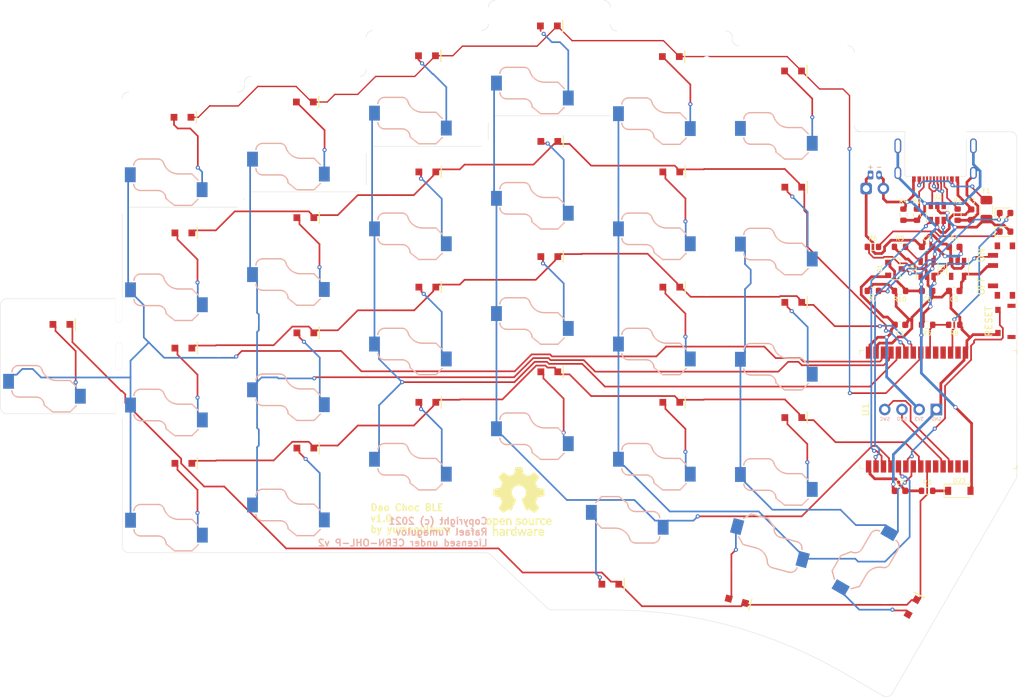
<source format=kicad_pcb>
(kicad_pcb (version 20211014) (generator pcbnew)
  (layers (0 "F.Cu" signal) (31 "B.Cu" signal) (34 "B.Paste" user) (35 "F.Paste" user) (36 "B.SilkS" user "B.Silkscreen") (37 "F.SilkS" user "F.Silkscreen") (38 "B.Mask" user) (39 "F.Mask" user) (44 "Edge.Cuts" user))
  (net 0 "")
  (net 1 "Net-(D1-Pad2)")
  (net 2 "ROW0")
  (net 3 "Net-(D2-Pad2)")
  (net 4 "Net-(D3-Pad2)")
  (net 5 "Net-(D4-Pad2)")
  (net 6 "Net-(D5-Pad2)")
  (net 7 "Net-(D6-Pad2)")
  (net 8 "Net-(D7-Pad2)")
  (net 9 "ROW1")
  (net 10 "Net-(D8-Pad2)")
  (net 11 "Net-(D9-Pad2)")
  (net 12 "Net-(D10-Pad2)")
  (net 13 "Net-(D11-Pad2)")
  (net 14 "Net-(D12-Pad2)")
  (net 15 "Net-(D13-Pad2)")
  (net 16 "ROW2")
  (net 17 "Net-(D14-Pad2)")
  (net 18 "Net-(D15-Pad2)")
  (net 19 "Net-(D16-Pad2)")
  (net 20 "Net-(D17-Pad2)")
  (net 21 "Net-(D18-Pad2)")
  (net 22 "Net-(D19-Pad2)")
  (net 23 "ROW3")
  (net 24 "Net-(D20-Pad2)")
  (net 25 "Net-(D21-Pad2)")
  (net 26 "Net-(D22-Pad2)")
  (net 27 "COL0")
  (net 28 "COL1")
  (net 29 "COL2")
  (net 30 "COL3")
  (net 31 "COL4")
  (net 32 "COL5")
  (net 33 "Net-(U1-Pad28)")
  (net 34 "Net-(U1-Pad24)")
  (net 35 "Net-(U1-Pad27)")
  (net 36 "Net-(U1-Pad2)")
  (net 37 "Net-(U1-Pad4)")
  (net 38 "Net-(U1-Pad5)")
  (net 39 "Net-(J1-PadB8)")
  (net 40 "Net-(J1-PadA8)")
  (net 41 "Net-(J1-PadA5)")
  (net 42 "Net-(J1-PadB5)")
  (net 43 "VBAT")
  (net 44 "GND")
  (net 45 "+3V3")
  (net 46 "Net-(C2-Pad1)")
  (net 47 "GNDS")
  (net 48 "VBUS")
  (net 49 "REGBAT")
  (net 50 "Net-(D23-Pad1)")
  (net 51 "Net-(D24-Pad1)")
  (net 52 "BT_LED")
  (net 53 "Net-(F1-Pad2)")
  (net 54 "DBUS+")
  (net 55 "DBUS-")
  (net 56 "SWCLK")
  (net 57 "SWDIO")
  (net 58 "Net-(Q1-Pad3)")
  (net 59 "VSENSE")
  (net 60 "Net-(R9-Pad1)")
  (net 61 "RESET")
  (net 62 "D-")
  (net 63 "D+")
  (net 64 "Net-(R6-Pad1)")
  (net 65 "Net-(U3-Pad4)")
  (net 66 "Net-(D25-Pad1)")
  (net 67 "Net-(SW1-Pad1)")
  (net 68 "ROW4")
  (footprint "dao-choc-ble:D_SOD-323" (layer "F.Cu") (at 9 3.8 180)
    (fp_text reference "D1" hide)
    (fp_text value "1N4148WS")
  )
  (footprint "dao-choc-ble:D_SOD-323" (layer "F.Cu") (at 27 1.55 180)
    (fp_text reference "D2" hide)
    (fp_text value "1N4148WS")
  )
  (footprint "dao-choc-ble:D_SOD-323" (layer "F.Cu") (at 45 -5.2 180)
    (fp_text reference "D3" hide)
    (fp_text value "1N4148WS")
  )
  (footprint "dao-choc-ble:D_SOD-323" (layer "F.Cu") (at 63 -9.7 180)
    (fp_text reference "D4" hide)
    (fp_text value "1N4148WS")
  )
  (footprint "dao-choc-ble:D_SOD-323" (layer "F.Cu") (at 81 -5.2 180)
    (fp_text reference "D5" hide)
    (fp_text value "1N4148WS")
  )
  (footprint "dao-choc-ble:D_SOD-323" (layer "F.Cu") (at 99 -2.95 180)
    (fp_text reference "D6" hide)
    (fp_text value "1N4148WS")
  )
  (footprint "dao-choc-ble:D_SOD-323" (layer "F.Cu") (at 9 20.8 180)
    (fp_text reference "D7" hide)
    (fp_text value "1N4148WS")
  )
  (footprint "dao-choc-ble:D_SOD-323" (layer "F.Cu") (at 27 18.55 180)
    (fp_text reference "D8" hide)
    (fp_text value "1N4148WS")
  )
  (footprint "dao-choc-ble:D_SOD-323" (layer "F.Cu") (at 45 11.8 180)
    (fp_text reference "D9" hide)
    (fp_text value "1N4148WS")
  )
  (footprint "dao-choc-ble:D_SOD-323" (layer "F.Cu") (at 63 7.3 180)
    (fp_text reference "D10" hide)
    (fp_text value "1N4148WS")
  )
  (footprint "dao-choc-ble:D_SOD-323" (layer "F.Cu") (at 81 11.8 180)
    (fp_text reference "D11" hide)
    (fp_text value "1N4148WS")
  )
  (footprint "dao-choc-ble:D_SOD-323" (layer "F.Cu") (at 99 14.05 180)
    (fp_text reference "D12" hide)
    (fp_text value "1N4148WS")
  )
  (footprint "dao-choc-ble:D_SOD-323" (layer "F.Cu") (at 9 37.8 180)
    (fp_text reference "D13" hide)
    (fp_text value "1N4148WS")
  )
  (footprint "dao-choc-ble:D_SOD-323" (layer "F.Cu") (at 27 35.55 180)
    (fp_text reference "D14" hide)
    (fp_text value "1N4148WS")
  )
  (footprint "dao-choc-ble:D_SOD-323" (layer "F.Cu") (at 45 28.8 180)
    (fp_text reference "D15" hide)
    (fp_text value "1N4148WS")
  )
  (footprint "dao-choc-ble:D_SOD-323" (layer "F.Cu") (at 63 24.3 180)
    (fp_text reference "D16" hide)
    (fp_text value "1N4148WS")
  )
  (footprint "dao-choc-ble:D_SOD-323" (layer "F.Cu") (at 81 28.8 180)
    (fp_text reference "D17" hide)
    (fp_text value "1N4148WS")
  )
  (footprint "dao-choc-ble:D_SOD-323" (layer "F.Cu") (at 99 31.05 180)
    (fp_text reference "D18" hide)
    (fp_text value "1N4148WS")
  )
  (footprint "dao-choc-ble:D_SOD-323" (layer "F.Cu") (at -9 17.3 180)
    (fp_text reference "D19" hide)
    (fp_text value "1N4148WS")
  )
  (footprint "dao-choc-ble:D_SOD-323" (layer "F.Cu") (at 72 55.6382 180)
    (fp_text reference "D20" hide)
    (fp_text value "1N4148WS")
  )
  (footprint "dao-choc-ble:D_SOD-323" (layer "F.Cu") (at 90.6768 58.097 165)
    (fp_text reference "D21" hide)
    (fp_text value "1N4148WS")
  )
  (footprint "dao-choc-ble:D_SOD-323" (layer "F.Cu") (at 116.568 59.0056 -120)
    (fp_text reference "D22" hide)
    (fp_text value "1N4148WS")
  )
  (footprint "dao-choc-ble:Kailh_PG1350_hotswap" (layer "F.Cu") (at 9 8.5)
    (fp_text reference "K1")
    (fp_text value "KEY_SWITCH" hide)
  )
  (footprint "dao-choc-ble:Kailh_PG1350_hotswap" (layer "F.Cu") (at 27 6.25)
    (fp_text reference "K2")
    (fp_text value "KEY_SWITCH" hide)
  )
  (footprint "dao-choc-ble:Kailh_PG1350_hotswap" (layer "F.Cu") (at 45 -0.5)
    (fp_text reference "K3")
    (fp_text value "KEY_SWITCH" hide)
  )
  (footprint "dao-choc-ble:Kailh_PG1350_hotswap" (layer "F.Cu") (at 63 -5)
    (fp_text reference "K4")
    (fp_text value "KEY_SWITCH" hide)
  )
  (footprint "dao-choc-ble:Kailh_PG1350_hotswap" (layer "F.Cu") (at 81 -0.5)
    (fp_text reference "K5")
    (fp_text value "KEY_SWITCH" hide)
  )
  (footprint "dao-choc-ble:Kailh_PG1350_hotswap" (layer "F.Cu") (at 99 1.75)
    (fp_text reference "K6")
    (fp_text value "KEY_SWITCH" hide)
  )
  (footprint "dao-choc-ble:Kailh_PG1350_hotswap" (layer "F.Cu") (at 9 25.5)
    (fp_text reference "K7")
    (fp_text value "KEY_SWITCH" hide)
  )
  (footprint "dao-choc-ble:Kailh_PG1350_hotswap" (layer "F.Cu") (at 27 23.25)
    (fp_text reference "K8")
    (fp_text value "KEY_SWITCH" hide)
  )
  (footprint "dao-choc-ble:Kailh_PG1350_hotswap" (layer "F.Cu") (at 45 16.5)
    (fp_text reference "K9")
    (fp_text value "KEY_SWITCH" hide)
  )
  (footprint "dao-choc-ble:Kailh_PG1350_hotswap" (layer "F.Cu") (at 63 12)
    (fp_text reference "K10")
    (fp_text value "KEY_SWITCH" hide)
  )
  (footprint "dao-choc-ble:Kailh_PG1350_hotswap" (layer "F.Cu") (at 81 16.5)
    (fp_text reference "K11")
    (fp_text value "KEY_SWITCH" hide)
  )
  (footprint "dao-choc-ble:Kailh_PG1350_hotswap" (layer "F.Cu") (at 99 18.75)
    (fp_text reference "K12")
    (fp_text value "KEY_SWITCH" hide)
  )
  (footprint "dao-choc-ble:Kailh_PG1350_hotswap" (layer "F.Cu") (at 9 42.5)
    (fp_text reference "K13")
    (fp_text value "KEY_SWITCH" hide)
  )
  (footprint "dao-choc-ble:Kailh_PG1350_hotswap" (layer "F.Cu") (at 27 40.25)
    (fp_text reference "K14")
    (fp_text value "KEY_SWITCH" hide)
  )
  (footprint "dao-choc-ble:Kailh_PG1350_hotswap" (layer "F.Cu") (at 45 33.5)
    (fp_text reference "K15")
    (fp_text value "KEY_SWITCH" hide)
  )
  (footprint "dao-choc-ble:Kailh_PG1350_hotswap" (layer "F.Cu") (at 63 29)
    (fp_text reference "K16")
    (fp_text value "KEY_SWITCH" hide)
  )
  (footprint "dao-choc-ble:Kailh_PG1350_hotswap" (layer "F.Cu") (at 81 33.5)
    (fp_text reference "K17")
    (fp_text value "KEY_SWITCH" hide)
  )
  (footprint "dao-choc-ble:Kailh_PG1350_hotswap" (layer "F.Cu") (at 99 35.75)
    (fp_text reference "K18")
    (fp_text value "KEY_SWITCH" hide)
  )
  (footprint "dao-choc-ble:Kailh_PG1350_hotswap" (layer "F.Cu") (at -9 22)
    (fp_text reference "K19")
    (fp_text value "KEY_SWITCH" hide)
  )
  (footprint "dao-choc-ble:Kailh_PG1350_hotswap" (layer "F.Cu") (at 72 50.9382 180)
    (fp_text reference "K20")
    (fp_text value "KEY_SWITCH" hide)
  )
  (footprint "dao-choc-ble:Kailh_PG1350_hotswap" (layer "F.Cu") (at 91.8933 53.5572 165)
    (fp_text reference "K21")
    (fp_text value "KEY_SWITCH" hide)
  )
  (footprint "dao-choc-ble:Kailh_PG1350_hotswap" (layer "F.Cu") (at 112.498 56.6556 -120)
    (fp_text reference "K22")
    (fp_text value "KEY_SWITCH" hide)
  )
  (footprint "dao-choc-ble:MINEW_MS88SF2" (layer "F.Cu") (at 132 29.8614 -90)
    (fp_text reference "U1")
    (fp_text value "MS88SF2")
  )
  (footprint "dao-choc-ble:Hole_4.2mm" (layer "F.Cu") (at 17.707 17)
    (fp_text reference "H1" hide)
    (fp_text value "MountingHole 4.2mm" hide)
  )
  (footprint "dao-choc-ble:Hole_4.2mm" (layer "F.Cu") (at 90.293 10.25)
    (fp_text reference "H2" hide)
    (fp_text value "MountingHole 4.2mm" hide)
  )
  (footprint "dao-choc-ble:Hole_4.2mm" (layer "F.Cu") (at 17.707 34)
    (fp_text reference "H3" hide)
    (fp_text value "MountingHole 4.2mm" hide)
  )
  (footprint "dao-choc-ble:Hole_4.2mm" (layer "F.Cu") (at 70.0309 39.9691)
    (fp_text reference "H4" hide)
    (fp_text value "MountingHole 4.2mm" hide)
  )
  (footprint "dao-choc-ble:Hole_4.2mm" (layer "F.Cu") (at 104.958 47.0715)
    (fp_text reference "H5" hide)
    (fp_text value "MountingHole 4.2mm" hide)
  )
  (footprint "dao-choc-ble:Hole_2.2mm" (layer "F.Cu") (at 111.1 -8.4803)
    (fp_text reference "H6" hide)
    (fp_text value "MountingHole 2.2mm" hide)
  )
  (footprint "dao-choc-ble:Hole_2.2mm" (layer "F.Cu") (at 128.9 -6.3236)
    (fp_text reference "H7" hide)
    (fp_text value "MountingHole 2.2mm" hide)
  )
  (footprint "dao-choc-ble:Hole_2.2mm" (layer "F.Cu") (at 125.474 44.9795)
    (fp_text reference "H8" hide)
    (fp_text value "MountingHole 2.2mm" hide)
  )
  (footprint "Capacitor_SMD:C_0603_1608Metric" (layer "F.Cu") (at 114.75 17.3614)
    (fp_text reference "C1")
    (fp_text value "10uF")
  )
  (footprint "Capacitor_SMD:C_0603_1608Metric" (layer "F.Cu") (at 114.75 41.8614 180)
    (fp_text reference "C2")
    (fp_text value "10uF")
  )
  (footprint "Capacitor_SMD:C_0603_1608Metric" (layer "F.Cu") (at 125.25 1.1114 -90)
    (fp_text reference "C3")
    (fp_text value "1nF")
  )
  (footprint "Capacitor_SMD:C_0603_1608Metric" (layer "F.Cu") (at 118.75 12.3614)
    (fp_text reference "C6")
    (fp_text value "4.7uF")
  )
  (footprint "Capacitor_SMD:C_0603_1608Metric" (layer "F.Cu") (at 118.75 5.8614)
    (fp_text reference "C7")
    (fp_text value "4.7uF")
  )
  (footprint "Capacitor_SMD:C_0603_1608Metric" (layer "F.Cu") (at 122.75 5.8614)
    (fp_text reference "C4")
    (fp_text value "10uF")
  )
  (footprint "Capacitor_SMD:C_0603_1608Metric" (layer "F.Cu") (at 122.75 12.3614 180)
    (fp_text reference "C5")
    (fp_text value "10uF")
  )
  (footprint "Diode_SMD:D_SOD-123" (layer "F.Cu") (at 123.5 41.8614)
    (fp_text reference "D23")
    (fp_text value "1N5819W")
  )
  (footprint "LED_SMD:LED_0603_1608Metric" (layer "F.Cu") (at 130.25 3.6114)
    (fp_text reference "D24" hide)
    (fp_text value "RED" hide)
  )
  (footprint "LED_SMD:LED_0603_1608Metric" (layer "F.Cu") (at 130.25 0.8614)
    (fp_text reference "D25" hide)
    (fp_text value "BLUE" hide)
  )
  (footprint "Resistor_SMD:R_0603_1608Metric" (layer "F.Cu") (at 118.75 41.8614 180)
    (fp_text reference "R3")
    (fp_text value "4.7")
  )
  (footprint "Resistor_SMD:R_0603_1608Metric" (layer "F.Cu") (at 118.75 17.3614)
    (fp_text reference "R5")
    (fp_text value "806k")
  )
  (footprint "Resistor_SMD:R_0603_1608Metric" (layer "F.Cu") (at 122.75 17.3614)
    (fp_text reference "R8")
    (fp_text value "2M")
  )
  (footprint "Resistor_SMD:R_0603_1608Metric" (layer "F.Cu") (at 115.25 1.1114 -90)
    (fp_text reference "R4")
    (fp_text value "1M")
  )
  (footprint "Resistor_SMD:R_0603_1608Metric" (layer "F.Cu") (at 114.75 5.8614 180)
    (fp_text reference "R9")
    (fp_text value "RPROG")
  )
  (footprint "Resistor_SMD:R_0603_1608Metric" (layer "F.Cu") (at 117.25 1.1114 90)
    (fp_text reference "R2")
    (fp_text value "5.1k")
  )
  (footprint "Resistor_SMD:R_0603_1608Metric" (layer "F.Cu") (at 114.75 12.3614)
    (fp_text reference "R10")
    (fp_text value "100k")
  )
  (footprint "dao-choc-ble:MSK-12C02" (layer "F.Cu") (at 131.5 9.3614 -90)
    (fp_text reference "SW1" hide)
    (fp_text value "ON_OFF")
  )
  (footprint "dao-choc-ble:TS-1086E" (layer "F.Cu") (at 131.5 16.8614 -90)
    (fp_text reference "SW2" hide)
    (fp_text value "RESET")
  )
  (footprint "Package_TO_SOT_SMD:SOT-23-5" (layer "F.Cu") (at 118.75 9.1114 90)
    (fp_text reference "U4")
    (fp_text value "MCP73831")
  )
  (footprint "Package_TO_SOT_SMD:SOT-23-6" (layer "F.Cu") (at 120.25 0.8614 90)
    (fp_text reference "U2")
    (fp_text value "USBLC6-2SC6")
  )
  (footprint "Package_TO_SOT_SMD:SOT-23-5" (layer "F.Cu") (at 123.25 9.1114 -90)
    (fp_text reference "U3")
    (fp_text value "XC6220")
  )
  (footprint "Fuse:Fuse_1206_3216Metric" (layer "F.Cu") (at 127.5 0.3614 90)
    (fp_text reference "F1")
    (fp_text value "500mA")
  )
  (footprint "Resistor_SMD:R_0603_1608Metric" (layer "F.Cu") (at 123.25 1.1114 90)
    (fp_text reference "R1")
    (fp_text value "5.1k")
  )
  (footprint "dao-choc-ble:Battery" (layer "F.Cu") (at 110.4 -4.7437)
    (fp_text reference "BT1" hide)
    (fp_text value "Battery_Cell")
  )
  (footprint "Package_TO_SOT_SMD:SOT-23" (layer "F.Cu") (at 114 9.1114)
    (fp_text reference "Q1")
    (fp_text value "AO3401A")
  )
  (footprint "Resistor_SMD:R_0603_1608Metric" (layer "F.Cu") (at 110.75 12.3614)
    (fp_text reference "R7")
    (fp_text value "1k")
  )
  (footprint "Resistor_SMD:R_0603_1608Metric" (layer "F.Cu") (at 110.75 5.8614)
    (fp_text reference "R6")
    (fp_text value "1k")
  )
  (footprint "dao-choc-ble:Slot" (layer "F.Cu") (at -0.5 22)
    (fp_text reference "H9" hide)
    (fp_text value "Slot" hide)
  )
  (footprint "dao-choc-ble:OSHW-logo" (layer "F.Cu") (at 58.5 43.4382)
    (fp_text reference "LOGO1" hide)
    (fp_text value "LOGO" hide)
  )
  (footprint "dao-choc-ble:USB-C_C168688" (layer "F.Cu") (at 120 -11.1437)
    (fp_text reference "J1" hide)
    (fp_text value "USB")
  )
  (footprint "dao-choc-ble:Kailh_PG1350_hotswap" (layer "F.Cu") (at 81 -17.494456)
    (fp_text reference "K27")
    (fp_text value "KEY_SWITCH" hide)
  )
  (footprint "dao-choc-ble:Kailh_PG1350_hotswap" (layer "F.Cu") (at 27 -10.78214)
    (fp_text reference "K24")
    (fp_text value "KEY_SWITCH" hide)
  )
  (footprint "dao-choc-ble:Kailh_PG1350_hotswap" (layer "F.Cu") (at 99 -15.31753)
    (fp_text reference "K28")
    (fp_text value "KEY_SWITCH" hide)
  )
  (footprint "dao-choc-ble:D_SOD-323" (layer "F.Cu") (at 8.866133 -13.263421 180)
    (fp_text reference "D1" hide)
    (fp_text value "1N4148WS")
  )
  (footprint "dao-choc-ble:Kailh_PG1350_hotswap" (layer "F.Cu") (at 63 -22.007369)
    (fp_text reference "K26")
    (fp_text value "KEY_SWITCH" hide)
  )
  (footprint "dao-choc-ble:D_SOD-323" (layer "F.Cu") (at 62.932807 -26.74101 180)
    (fp_text reference "D3" hide)
    (fp_text value "1N4148WS")
  )
  (footprint "dao-choc-ble:D_SOD-323" (layer "F.Cu") (at 44.946264 -22.341052 180)
    (fp_text reference "D3" hide)
    (fp_text value "1N4148WS")
  )
  (footprint "dao-choc-ble:D_SOD-323" (layer "F.Cu") (at 98.964446 -20.093455 180)
    (fp_text reference "D3" hide)
    (fp_text value "1N4148WS")
  )
  (footprint "dao-choc-ble:D_SOD-323" (layer "F.Cu") (at 26.924215 -15.516355 180)
    (fp_text reference "D2" hide)
    (fp_text value "1N4148WS")
  )
  (footprint "dao-choc-ble:D_SOD-323" (layer "F.Cu") (at 80.931804 -22.220027 180)
    (fp_text reference "D3" hide)
    (fp_text value "1N4148WS")
  )
  (footprint "dao-choc-ble:Kailh_PG1350_hotswap" (layer "F.Cu") (at 45 -17.572688)
    (fp_text reference "K25")
    (fp_text value "KEY_SWITCH" hide)
  )
  (footprint "dao-choc-ble:Kailh_PG1350_hotswap" (layer "F.Cu") (at 8.96766 -8.481597)
    (fp_text reference "K23")
    (fp_text value "KEY_SWITCH" hide)
  )
  (footprint "dao-choc-ble:PROG" (layer "B.Cu") (at 120.12 29.8614 90)
    (fp_text reference "J2" hide)
    (fp_text value "PROG")
  )
  (gr_arc (start 18.012613 -17.975672) (mid 17.71972 -17.268565) (end 17.012613 -16.975672) (layer "Edge.Cuts") (width 0.05))
  (gr_line (start 124.524999 -4.793719) (end 124.524999 -10.055951) (layer "Edge.Cuts") (width 0.05))
  (gr_line (start 36 -3.249999) (end 36 -7.999999) (layer "Edge.Cuts") (width 0.05))
  (gr_arc (start 0.000001 23.5) (mid -0.499999 24) (end -0.999999 23.5) (layer "Edge.Cuts") (width 0.05))
  (gr_line (start -17.999999 29.499999) (end -17.999999 14.5) (layer "Edge.Cuts") (width 0.05))
  (gr_line (start 131.994764 -10.153442) (end 132 39.608941) (layer "Edge.Cuts") (width 0.05))
  (gr_line (start 54 -9.999999) (end 54 -12.499999) (layer "Edge.Cuts") (width 0.05))
  (gr_arc (start 53.60453 51) (mid 53.972286 51.070078) (end 54.288499 51.270489) (layer "Edge.Cuts") (width 0.05))
  (gr_line (start 55 -13.499999) (end 72 -13.499999) (layer "Edge.Cuts") (width 0.05))
  (gr_arc (start 36.001772 -20.285149) (mid 35.708878 -19.578043) (end 35.001772 -19.285149) (layer "Edge.Cuts") (width 0.05))
  (gr_line (start 18 -0.999999) (end 18 -1.249999) (layer "Edge.Cuts") (width 0.05))
  (gr_line (start -0.999999 28) (end -1 30.499999) (layer "Edge.Cuts") (width 0.05))
  (gr_line (start 0 16.5) (end 0 1) (layer "Edge.Cuts") (width 0.05))
  (gr_arc (start 90.985855 -23.8135) (mid 90.278748 -24.106393) (end 89.985855 -24.8135) (layer "Edge.Cuts") (width 0.05))
  (gr_line (start 37 -8.999999) (end 53 -8.999999) (layer "Edge.Cuts") (width 0.05))
  (gr_arc (start -0.044519 -15.997426) (mid 0.248374 -16.704533) (end 0.955481 -16.997426) (layer "Edge.Cuts") (width 0.05))
  (gr_line (start -1 30.499999) (end -16.999999 30.5) (layer "Edge.Cuts") (width 0.05))
  (gr_arc (start -0.999998 20.5) (mid -0.499999 20.000001) (end 0 20.5) (layer "Edge.Cuts") (width 0.05))
  (gr_line (start 62.7115 59.167663) (end 54.288499 51.270489) (layer "Edge.Cuts") (width 0.05))
  (gr_arc (start 124.524999 -4.793719) (mid 124.451776 -4.616942) (end 124.274999 -4.543719) (layer "Edge.Cuts") (width 0.05))
  (gr_arc (start 53.998206 -29.507689) (mid 54.291099 -30.214796) (end 54.998206 -30.507689) (layer "Edge.Cuts") (width 0.05))
  (gr_line (start 19 -2.249999) (end 35 -2.249999) (layer "Edge.Cuts") (width 0.05))
  (gr_line (start 53.60453 51) (end 0.999999 51) (layer "Edge.Cuts") (width 0.05))
  (gr_arc (start 17.989113 -18.29753) (mid 18.282006 -19.004637) (end 18.989113 -19.29753) (layer "Edge.Cuts") (width 0.05))
  (gr_arc (start 89.016685 -26.009913) (mid 89.723792 -25.71702) (end 90.016685 -25.009913) (layer "Edge.Cuts") (width 0.05))
  (gr_arc (start 113.609097 71.730869) (mid 113.00189 72.196795) (end 112.243071 72.096895) (layer "Edge.Cuts") (width 0.05))
  (gr_line (start 115.724999 -4.543719) (end 124.274999 -4.543719) (layer "Edge.Cuts") (width 0.05))
  (gr_arc (start -0.999998 28) (mid -0.499999 27.500001) (end 0 28) (layer "Edge.Cuts") (width 0.05))
  (gr_line (start -0.999999 13.5) (end -0.999999 16.5) (layer "Edge.Cuts") (width 0.05))
  (gr_line (start 124.524999 -11.1437) (end 131.14704 -11.1437) (layer "Edge.Cuts") (width 0.05))
  (gr_line (start 1 0) (end 17 0) (layer "Edge.Cuts") (width 0.05))
  (gr_arc (start 115.724999 -4.543719) (mid 115.548222 -4.616942) (end 115.474999 -4.793719) (layer "Edge.Cuts") (width 0.05))
  (gr_arc (start 0.000001 16.5) (mid -0.499999 17) (end -0.999999 16.5) (layer "Edge.Cuts") (width 0.05))
  (gr_line (start 0 50) (end 0 28) (layer "Edge.Cuts") (width 0.05))
  (gr_line (start -0.999999 20.5) (end -0.999999 23.5) (layer "Edge.Cuts") (width 0.05))
  (gr_arc (start 71.0107 -30.506806) (mid 71.717807 -30.213913) (end 72.0107 -29.506806) (layer "Edge.Cuts") (width 0.05))
  (gr_line (start 131.866025 40.108941) (end 113.609096 71.730869) (layer "Edge.Cuts") (width 0.05))
  (gr_arc (start -17.999999 14.5) (mid -17.707106 13.792893) (end -16.999999 13.5) (layer "Edge.Cuts") (width 0.05))
  (gr_arc (start -16.999999 30.499999) (mid -17.707106 30.207106) (end -17.999999 29.499999) (layer "Edge.Cuts") (width 0.05))
  (gr_line (start 108.013659 -11.143719) (end 115.474999 -11.143719) (layer "Edge.Cuts") (width 0.05))
  (gr_arc (start 35.994513 -25.073153) (mid 36.287406 -25.78026) (end 36.994513 -26.073153) (layer "Edge.Cuts") (width 0.05))
  (gr_arc (start 108.989036 -11.147793) (mid 108.281943 -11.4407) (end 107.989036 -12.147793) (layer "Edge.Cuts") (width 0.05))
  (gr_arc (start 0.999999 50.999999) (mid 0.292893 50.707106) (end 0 50) (layer "Edge.Cuts") (width 0.05))
  (gr_arc (start 89.693332 61.767524) (mid 97.930011 64.546234) (end 105.74788 68.346895) (layer "Edge.Cuts") (width 0.05))
  (gr_line (start 115.474999 -11.143719) (end 115.474999 -4.793719) (layer "Edge.Cuts") (width 0.05))
  (gr_arc (start 72.992147 -25.989314) (mid 72.28504 -26.282207) (end 71.992147 -26.989314) (layer "Edge.Cuts") (width 0.05))
  (gr_arc (start 54.017418 -27.080389) (mid 53.724524 -26.373283) (end 53.017418 -26.080389) (layer "Edge.Cuts") (width 0.05))
  (gr_line (start 0 23.5) (end 0 20.5) (layer "Edge.Cuts") (width 0.05))
  (gr_line (start 112.243071 72.096895) (end 105.74788 68.346895) (layer "Edge.Cuts") (width 0.05))
  (gr_arc (start 132 39.608941) (mid 131.965926 39.86776) (end 131.866025 40.108941) (layer "Edge.Cuts") (width 0.05))
  (gr_arc (start 71.999999 59.438151) (mid 80.923003 60.022996) (end 89.693332 61.767523) (layer "Edge.Cuts") (width 0.05))
  (gr_line (start -16.999999 13.5) (end -0.999999 13.5) (layer "Edge.Cuts") (width 0.05))
  (gr_arc (start 131.141804 -11.142572) (mid 131.752075 -10.806496) (end 131.994764 -10.153442) (layer "Edge.Cuts") (width 0.05))
  (gr_arc (start 63.395469 59.438152) (mid 63.027713 59.368074) (end 62.7115 59.167663) (layer "Edge.Cuts") (width 0.05))
  (gr_line (start 72 59.438152) (end 63.395469 59.438152) (layer "Edge.Cuts") (width 0.05))
  (gr_arc (start 107.008348 -23.819148) (mid 107.715455 -23.526255) (end 108.008348 -22.819148) (layer "Edge.Cuts") (width 0.05))
  (gr_text "Copyright (c) 2021\nRafael Yumagulov\nLicensed under CERN-OHL-P v2" (at 54 47.9382) (layer "B.SilkS") (effects (font (size 1 1) (thickness 0.2)) (justify left mirror)))
  (gr_text "Dao Choc BLE\nv1.0\nby yumagulovrn" (at 36.5 45.9382) (layer "F.SilkS") (effects (font (size 1 1) (thickness 0.2)) (justify left)))
  (segment (start 61.738474 -26.225226) (end 61.58 -26.3837) (width 0.2) (layer "F.Cu") (net 0))
  (segment (start 61.682807 -26.74101) (end 61.682807 -26.048694) (width 0.2) (layer "F.Cu") (net 0))
  (segment (start 61.738474 -25.993027) (end 61.738474 -26.225226) (width 0.2) (layer "F.Cu") (net 0))
  (segment (start 61.682807 -26.048694) (end 61.738474 -25.993027) (width 0.2) (layer "F.Cu") (net 0))
  (segment (start 7.75 3.8) (end 8.125 4.175) (width 0.25) (layer "F.Cu") (net 1))
  (segment (start 8.125 4.7605) (end 11.0833 7.7188) (width 0.25) (layer "F.Cu") (net 1))
  (segment (start 11.0833 7.7188) (end 11.0833 11.1093) (width 0.25) (layer "F.Cu") (net 1))
  (segment (start 8.125 4.3) (end 8.125 4.7605) (width 0.25) (layer "F.Cu") (net 1))
  (segment (start 8.125 4.175) (end 8.125 4.3) (width 0.25) (layer "F.Cu") (net 1))
  (via (at 11.0833 11.1093) (size 0.6) (drill 0.3) (layers "F.Cu" "B.Cu") (net 1))
  (segment (start 11.125 13.3) (end 11.125 13.425) (width 0.25) (layer "B.Cu") (net 1))
  (segment (start 11.125 13.425) (end 11.8 14.4) (width 0.25) (layer "B.Cu") (net 1))
  (segment (start 11.0833 11.1093) (end 11.125 11.151) (width 0.25) (layer "B.Cu") (net 1))
  (segment (start 11.125 11.151) (end 11.125 13.3) (width 0.25) (layer "B.Cu") (net 1))
  (segment (start 63.475 -9.0932) (end 63.475 -9.1018) (width 0.25) (layer "F.Cu") (net 2))
  (segment (start 63.475 -9.1018) (end 63.6982 -9.325) (width 0.25) (layer "F.Cu") (net 2))
  (segment (start 45.875 -4.7) (end 45.875 -4.825) (width 0.25) (layer "F.Cu") (net 2))
  (segment (start 46.625 -5.575) (end 46.75 -5.575) (width 0.25) (layer "F.Cu") (net 2))
  (segment (start 60.6573 -6.2755) (end 63.475 -9.0932) (width 0.25) (layer "F.Cu") (net 2))
  (segment (start 115.335 20.6864) (end 115.61 21.4614) (width 0.25) (layer "F.Cu") (net 2))
  (segment (start 99.875 -3.325) (end 100.25 -2.95) (width 0.25) (layer "F.Cu") (net 2))
  (segment (start 100.625 -2.45) (end 100.625 0.5105) (width 0.25) (layer "F.Cu") (net 2))
  (segment (start 28.25 1.55) (end 28.625 1.175) (width 0.25) (layer "F.Cu") (net 2))
  (segment (start 85.7861 -5.575) (end 85.8366 -5.6255) (width 0.25) (layer "F.Cu") (net 2))
  (segment (start 27.5018 0.625) (end 27.875 0.9982) (width 0.25) (layer "F.Cu") (net 2))
  (segment (start 16.586 0.625) (end 27.5018 0.625) (width 0.25) (layer "F.Cu") (net 2))
  (segment (start 13.786 3.425) (end 16.586 0.625) (width 0.25) (layer "F.Cu") (net 2))
  (segment (start 45.875 -4.6482) (end 45.875 -4.7) (width 0.25) (layer "F.Cu") (net 2))
  (segment (start 63.6982 -9.325) (end 63.75 -9.325) (width 0.25) (layer "F.Cu") (net 2))
  (segment (start 101.0255 0.911) (end 101.0255 5.8107) (width 0.25) (layer "F.Cu") (net 2))
  (segment (start 34.7365 -1.7755) (end 43.0023 -1.7755) (width 0.25) (layer "F.Cu") (net 2))
  (segment (start 99.875 -3.5018) (end 99.875 -3.45) (width 0.25) (layer "F.Cu") (net 2))
  (segment (start 50.4866 -6.2755) (end 60.6573 -6.2755) (width 0.25) (layer "F.Cu") (net 2))
  (segment (start 28.75 1.175) (end 31.786 1.175) (width 0.25) (layer "F.Cu") (net 2))
  (segment (start 100.625 -2.575) (end 100.625 -2.45) (width 0.25) (layer "F.Cu") (net 2))
  (segment (start 81.875 -5.575) (end 82.25 -5.2) (width 0.25) (layer "F.Cu") (net 2))
  (segment (start 114.8961 19.9465) (end 115.335 20.3854) (width 0.25) (layer "F.Cu") (net 2))
  (segment (start 27.875 1.175) (end 28.25 1.55) (width 0.25) (layer "F.Cu") (net 2))
  (segment (start 63.875 -9.325) (end 64.25 -9.7) (width 0.25) (layer "F.Cu") (net 2))
  (segment (start 112.6741 17.4233) (end 112.6741 18.233) (width 0.25) (layer "F.Cu") (net 2))
  (segment (start 10.75 3.425) (end 13.786 3.425) (width 0.25) (layer "F.Cu") (net 2))
  (segment (start 43.0023 -1.7755) (end 45.875 -4.6482) (width 0.25) (layer "F.Cu") (net 2))
  (segment (start 115.335 20.5614) (end 115.335 20.6864) (width 0.25) (layer "F.Cu") (net 2))
  (segment (start 49.7861 -5.575) (end 50.4866 -6.2755) (width 0.25) (layer "F.Cu") (net 2))
  (segment (start 27.875 1.05) (end 27.875 1.175) (width 0.25) (layer "F.Cu") (net 2))
  (segment (start 64.25 -9.7) (end 64.625 -9.325) (width 0.25) (layer "F.Cu") (net 2))
  (segment (start 28.625 1.175) (end 28.75 1.175) (width 0.25) (layer "F.Cu") (net 2))
  (segment (start 115.335 20.3854) (end 115.335 20.5614) (width 0.25) (layer "F.Cu") (net 2))
  (segment (start 100.25 -2.95) (end 100.625 -2.575) (width 0.25) (layer "F.Cu") (net 2))
  (segment (start 114.8286 19.9465) (end 114.8961 19.9465) (width 0.25) (layer "F.Cu") (net 2))
  (segment (start 101.0255 5.8107) (end 112.054 16.8392) (width 0.25) (layer "F.Cu") (net 2))
  (segment (start 97.7513 -5.6255) (end 99.875 -3.5018) (width 0.25) (layer "F.Cu") (net 2))
  (segment (start 100.625 0.5105) (end 101.0255 0.911) (width 0.25) (layer "F.Cu") (net 2))
  (segment (start 112.09 16.8392) (end 112.6741 17.4233) (width 0.25) (layer "F.Cu") (net 2))
  (segment (start 81.5018 -6.125) (end 81.875 -5.7518) (width 0.25) (layer "F.Cu") (net 2))
  (segment (start 64.75 -9.325) (end 65.9788 -9.325) (width 0.25) (layer "F.Cu") (net 2))
  (segment (start 27.875 0.9982) (end 27.875 1.05) (width 0.25) (layer "F.Cu") (net 2))
  (segment (start 85.8366 -5.6255) (end 97.7513 -5.6255) (width 0.25) (layer "F.Cu") (net 2))
  (segment (start 81.875 -5.7518) (end 81.875 -5.7) (width 0.25) (layer "F.Cu") (net 2))
  (segment (start 64.625 -9.325) (end 64.75 -9.325) (width 0.25) (layer "F.Cu") (net 2))
  (segment (start 82.75 -5.575) (end 85.7861 -5.575) (width 0.25) (layer "F.Cu") (net 2))
  (segment (start 65.9788 -9.325) (end 69.1788 -6.125) (width 0.25) (layer "F.Cu") (net 2))
  (segment (start 46.75 -5.575) (end 49.7861 -5.575) (width 0.25) (layer "F.Cu") (net 2))
  (segment (start 82.25 -5.2) (end 82.625 -5.575) (width 0.25) (layer "F.Cu") (net 2))
  (segment (start 82.625 -5.575) (end 82.75 -5.575) (width 0.25) (layer "F.Cu") (net 2))
  (segment (start 10.25 3.8) (end 10.625 3.425) (width 0.25) (layer "F.Cu") (net 2))
  (segment (start 63.75 -9.325) (end 63.875 -9.325) (width 0.25) (layer "F.Cu") (net 2))
  (segment (start 69.1788 -6.125) (end 81.5018 -6.125) (width 0.25) (layer "F.Cu") (net 2))
  (segment (start 10.625 3.425) (end 10.75 3.425) (width 0.25) (layer "F.Cu") (net 2))
  (segment (start 81.875 -5.7) (end 81.875 -5.575) (width 0.25) (layer "F.Cu") (net 2))
  (segment (start 31.786 1.175) (end 34.7365 -1.7755) (width 0.25) (layer "F.Cu") (net 2))
  (segment (start 45.875 -4.825) (end 46.25 -5.2) (width 0.25) (layer "F.Cu") (net 2))
  (segment (start 112.054 16.8392) (end 112.09 16.8392) (width 0.25) (layer "F.Cu") (net 2))
  (segment (start 99.875 -3.45) (end 99.875 -3.325) (width 0.25) (layer "F.Cu") (net 2))
  (segment (start 46.25 -5.2) (end 46.625 -5.575) (width 0.25) (layer "F.Cu") (net 2))
  (via (at 114.8286 19.9465) (size 0.6) (drill 0.3) (layers "F.Cu" "B.Cu") (net 2))
  (via (at 112.6741 18.233) (size 0.6) (drill 0.3) (layers "F.Cu" "B.Cu") (net 2))
  (segment (start 113.1151 18.233) (end 114.8286 19.9465) (width 0.25) (layer "B.Cu") (net 2))
  (segment (start 112.6741 18.233) (end 113.1151 18.233) (width 0.25) (layer "B.Cu") (net 2))
  (segment (start 83.811022 -18.090809) (end 83.811022 -15.196159) (width 0.25) (layer "F.Cu") (net 3))
  (segment (start 79.681804 -22.220027) (end 83.811022 -18.090809) (width 0.25) (layer "F.Cu") (net 3))
  (segment (start 26.125 1.925) (end 26.125 2.05) (width 0.25) (layer "F.Cu") (net 3))
  (segment (start 25.75 1.55) (end 26.125 1.925) (width 0.25) (layer "F.Cu") (net 3))
  (segment (start 29.833717 -11.356853) (end 29.833717 -8.442291) (width 0.25) (layer "F.Cu") (net 3))
  (segment (start 7.616133 -12.156447) (end 7.616133 -13.263421) (width 0.25) (layer "F.Cu") (net 3))
  (segment (start 8.164253 -11.608327) (end 7.616133 -12.156447) (width 0.25) (layer "F.Cu") (net 3))
  (segment (start 11.132166 -5.834526) (end 11.132166 -10.483588) (width 0.25) (layer "F.Cu") (net 3))
  (segment (start 43.696264 -22.341052) (end 43.696264 -21.745818) (width 0.25) (layer "F.Cu") (net 3))
  (segment (start 101.8 -13.2637) (end 101.8 -16.007901) (width 0.25) (layer "F.Cu") (net 3))
  (segment (start 29.0833 5.4688) (end 29.0833 8.8593) (width 0.25) (layer "F.Cu") (net 3))
  (segment (start 26.125 2.05) (end 26.125 2.5105) (width 0.25) (layer "F.Cu") (net 3))
  (segment (start 10.007427 -11.608327) (end 8.164253 -11.608327) (width 0.25) (layer "F.Cu") (net 3))
  (segment (start 101.8 -16.007901) (end 97.714446 -20.093455) (width 0.25) (layer "F.Cu") (net 3))
  (segment (start 26.125 2.5105) (end 29.0833 5.4688) (width 0.25) (layer "F.Cu") (net 3))
  (segment (start 25.674215 -15.516355) (end 29.833717 -11.356853) (width 0.25) (layer "F.Cu") (net 3))
  (segment (start 43.696264 -21.745818) (end 44.224736 -21.217346) (width 0.25) (layer "F.Cu") (net 3))
  (segment (start 11.132166 -10.483588) (end 10.007427 -11.608327) (width 0.25) (layer "F.Cu") (net 3))
  (via (at 101.8 -13.2637) (size 0.6) (drill 0.3) (layers "F.Cu" "B.Cu") (net 3))
  (via (at 62.162738 -25.568763) (size 0.6) (drill 0.3) (layers "F.Cu" "B.Cu") (net 3))
  (via (at 11.132166 -5.834526) (size 0.6) (drill 0.3) (layers "F.Cu" "B.Cu") (net 3))
  (via (at 29.0833 8.8593) (size 0.6) (drill 0.3) (layers "F.Cu" "B.Cu") (net 3))
  (via (at 29.833717 -8.442291) (size 0.6) (drill 0.3) (layers "F.Cu" "B.Cu") (net 3))
  (via (at 44.224736 -21.217346) (size 0.6) (drill 0.3) (layers "F.Cu" "B.Cu") (net 3))
  (via (at 83.811022 -15.196159) (size 0.6) (drill 0.3) (layers "F.Cu" "B.Cu") (net 3))
  (segment (start 45.794393 -19.647689) (end 45.859494 -19.647689) (width 0.25) (layer "B.Cu") (net 3))
  (segment (start 65.8 -23.118203) (end 64.574481 -24.343722) (width 0.25) (layer "B.Cu") (net 3))
  (segment (start 101.8 -13.2637) (end 101.8 -9.41753) (width 0.25) (layer "B.Cu") (net 3))
  (segment (start 29.0833 8.8593) (end 29.125 8.901) (width 0.25) (layer "B.Cu") (net 3))
  (segment (start 29.8 -4.88214) (end 29.8 -8.408574) (width 0.25) (layer "B.Cu") (net 3))
  (segment (start 45.859494 -19.647689) (end 47.8 -17.707183) (width 0.25) (layer "B.Cu") (net 3))
  (segment (start 29.8 -8.408574) (end 29.833717 -8.442291) (width 0.25) (layer "B.Cu") (net 3))
  (segment (start 83.8 -15.185137) (end 83.811022 -15.196159) (width 0.25) (layer "B.Cu") (net 3))
  (segment (start 47.8 -17.707183) (end 47.8 -11.672688) (width 0.25) (layer "B.Cu") (net 3))
  (segment (start 29.125 8.901) (end 29.125 11.05) (width 0.25) (layer "B.Cu") (net 3))
  (segment (start 44.224736 -21.217346) (end 45.794393 -19.647689) (width 0.25) (layer "B.Cu") (net 3))
  (segment (start 29.125 11.175) (end 29.8 12.15) (width 0.25) (layer "B.Cu") (net 3))
  (segment (start 11.76766 -2.581597) (end 11.76766 -5.199032) (width 0.25) (layer "B.Cu") (net 3))
  (segment (start 29.125 11.05) (end 29.125 11.175) (width 0.25) (layer "B.Cu") (net 3))
  (segment (start 65.8 -16.107369) (end 65.8 -23.118203) (width 0.25) (layer "B.Cu") (net 3))
  (segment (start 63.387779 -24.343722) (end 62.162738 -25.568763) (width 0.25) (layer "B.Cu") (net 3))
  (segment (start 83.8 -11.594456) (end 83.8 -15.185137) (width 0.25) (layer "B.Cu") (net 3))
  (segment (start 64.574481 -24.343722) (end 63.387779 -24.343722) (width 0.25) (layer "B.Cu") (net 3))
  (segment (start 11.76766 -5.199032) (end 11.132166 -5.834526) (width 0.25) (layer "B.Cu") (net 3))
  (segment (start 44.0626 -4.7) (end 44.0626 -4.2) (width 0.25) (layer "F.Cu") (net 4))
  (segment (start 44.0626 -4.825) (end 44.0626 -4.7) (width 0.25) (layer "F.Cu") (net 4))
  (segment (start 43.75 -5.2) (end 44.0626 -4.825) (width 0.25) (layer "F.Cu") (net 4))
  (via (at 44.0626 -4.2) (size 0.6) (drill 0.3) (layers "F.Cu" "B.Cu") (net 4))
  (segment (start 47.125 4.425) (end 47.8 5.4) (width 0.25) (layer "B.Cu") (net 4))
  (segment (start 44.0626 -4.2) (end 44.1644 -4.2) (width 0.25) (layer "B.Cu") (net 4))
  (segment (start 47.125 -1.2394) (end 47.125 4.3) (width 0.25) (layer "B.Cu") (net 4))
  (segment (start 47.125 4.3) (end 47.125 4.425) (width 0.25) (layer "B.Cu") (net 4))
  (segment (start 44.1644 -4.2) (end 47.125 -1.2394) (width 0.25) (layer "B.Cu") (net 4))
  (segment (start 62.25 -9.3935) (end 62.75 -9.3935) (width 0.25) (layer "F.Cu") (net 5))
  (segment (start 61.75 -9.7) (end 62.125 -9.3935) (width 0.25) (layer "F.Cu") (net 5))
  (segment (start 62.125 -9.3935) (end 62.25 -9.3935) (width 0.25) (layer "F.Cu") (net 5))
  (via (at 62.75 -9.3935) (size 0.6) (drill 0.3) (layers "F.Cu" "B.Cu") (net 5))
  (segment (start 65.125 -0.2) (end 65.125 -0.075) (width 0.25) (layer "B.Cu") (net 5))
  (segment (start 62.75 -9.3935) (end 65.125 -7.0185) (width 0.25) (layer "B.Cu") (net 5))
  (segment (start 65.125 -7.0185) (end 65.125 -0.2) (width 0.25) (layer "B.Cu") (net 5))
  (segment (start 65.125 -0.075) (end 65.8 0.9) (width 0.25) (layer "B.Cu") (net 5))
  (segment (start 79.75 -5.2) (end 80.125 -4.825) (width 0.25) (layer "F.Cu") (net 6))
  (segment (start 83.0832 -1.2812) (end 83.0832 2.1094) (width 0.25) (layer "F.Cu") (net 6))
  (segment (start 80.125 -4.7) (end 80.125 -4.2394) (width 0.25) (layer "F.Cu") (net 6))
  (segment (start 80.125 -4.2394) (end 83.0832 -1.2812) (width 0.25) (layer "F.Cu") (net 6))
  (segment (start 80.125 -4.825) (end 80.125 -4.7) (width 0.25) (layer "F.Cu") (net 6))
  (via (at 83.0832 2.1094) (size 0.6) (drill 0.3) (layers "F.Cu" "B.Cu") (net 6))
  (segment (start 83.0832 2.1094) (end 83.125 2.1512) (width 0.25) (layer "B.Cu") (net 6))
  (segment (start 83.125 2.1512) (end 83.125 4.3) (width 0.25) (layer "B.Cu") (net 6))
  (segment (start 83.125 4.3) (end 83.125 4.425) (width 0.25) (layer "B.Cu") (net 6))
  (segment (start 83.125 4.425) (end 83.8 5.4) (width 0.25) (layer "B.Cu") (net 6))
  (segment (start 98.125 -2.2845) (end 98.8578 -1.5517) (width 0.25) (layer "F.Cu") (net 7))
  (segment (start 97.75 -2.95) (end 98.125 -2.575) (width 0.25) (layer "F.Cu") (net 7))
  (segment (start 98.125 -2.575) (end 98.125 -2.45) (width 0.25) (layer "F.Cu") (net 7))
  (segment (start 98.125 -2.45) (end 98.125 -2.2845) (width 0.25) (layer "F.Cu") (net 7))
  (via (at 98.8578 -1.5517) (size 0.6) (drill 0.3) (layers "F.Cu" "B.Cu") (net 7))
  (segment (start 98.8578 -1.5517) (end 101.125 0.7155) (width 0.25) (layer "B.Cu") (net 7))
  (segment (start 101.125 6.55) (end 101.125 6.675) (width 0.25) (layer "B.Cu") (net 7))
  (segment (start 101.125 6.675) (end 101.8 7.65) (width 0.25) (layer "B.Cu") (net 7))
  (segment (start 101.125 0.7155) (end 101.125 6.55) (width 0.25) (layer "B.Cu") (net 7))
  (segment (start 8.125 21.3) (end 8.125 21.7605) (width 0.25) (layer "F.Cu") (net 8))
  (segment (start 8.125 21.175) (end 8.125 21.3) (width 0.25) (layer "F.Cu") (net 8))
  (segment (start 11.0833 24.7188) (end 11.0833 28.1093) (width 0.25) (layer "F.Cu") (net 8))
  (segment (start 7.75 20.8) (end 8.125 21.175) (width 0.25) (layer "F.Cu") (net 8))
  (segment (start 8.125 21.7605) (end 11.0833 24.7188) (width 0.25) (layer "F.Cu") (net 8))
  (via (at 11.0833 28.1093) (size 0.6) (drill 0.3) (layers "F.Cu" "B.Cu") (net 8))
  (segment (start 11.125 30.3) (end 11.125 30.425) (width 0.25) (layer "B.Cu") (net 8))
  (segment (start 11.0833 28.1093) (end 11.125 28.151) (width 0.25) (layer "B.Cu") (net 8))
  (segment (start 11.125 30.425) (end 11.8 31.4) (width 0.25) (layer "B.Cu") (net 8))
  (segment (start 11.125 28.151) (end 11.125 30.3) (width 0.25) (layer "B.Cu") (net 8))
  (segment (start 81.875 11.2482) (end 81.875 11.3) (width 0.25) (layer "F.Cu") (net 9))
  (segment (start 67.8365 6.8745) (end 77.5013 6.8745) (width 0.25) (layer "F.Cu") (net 9))
  (segment (start 82.25 11.8) (end 82.625 12.175) (width 0.25) (layer "F.Cu") (net 9))
  (segment (start 64.25 7.3) (end 64.625 6.925) (width 0.25) (layer "F.Cu") (net 9))
  (segment (start 31.786 18.175) (end 34.7365 15.2245) (width 0.25) (layer "F.Cu") (net 9))
  (segment (start 28.25 18.55) (end 28.625 18.175) (width 0.25) (layer "F.Cu") (net 9))
  (segment (start 50.4865 10.7245) (end 61.0023 10.7245) (width 0.25) (layer "F.Cu") (net 9))
  (segment (start 105.118 17.5642) (end 111.7897 17.5642) (width 0.25) (layer "F.Cu") (net 9))
  (segment (start 81.875 11.425) (end 82.25 11.8) (width 0.25) (layer "F.Cu") (net 9))
  (segment (start 27.875 18.175) (end 28.25 18.55) (width 0.25) (layer "F.Cu") (net 9))
  (segment (start 63.875 7.8518) (end 63.875 7.8) (width 0.25) (layer "F.Cu") (net 9))
  (segment (start 99.5018 13.125) (end 99.875 13.4982) (width 0.25) (layer "F.Cu") (net 9))
  (segment (start 27.5018 17.625) (end 27.875 17.9982) (width 0.25) (layer "F.Cu") (net 9))
  (segment (start 45.875 12.175) (end 46.25 11.8) (width 0.25) (layer "F.Cu") (net 9))
  (segment (start 63.875 7.675) (end 64.25 7.3) (width 0.25) (layer "F.Cu") (net 9))
  (segment (start 116.1068 19.9614) (end 116.435 20.2896) (width 0.25) (layer "F.Cu") (net 9))
  (segment (start 10.625 20.425) (end 10.75 20.425) (width 0.25) (layer "F.Cu") (net 9))
  (segment (start 82.75 12.175) (end 82.8018 12.175) (width 0.25) (layer "F.Cu") (net 9))
  (segment (start 67.786 6.925) (end 67.8365 6.8745) (width 0.25) (layer "F.Cu") (net 9))
  (segment (start 116.435 20.2896) (end 116.435 20.5614) (width 0.25) (layer "F.Cu") (net 9))
  (segment (start 49.786 11.425) (end 50.4865 10.7245) (width 0.25) (layer "F.Cu") (net 9))
  (segment (start 101.9788 14.425) (end 105.118 17.5642) (width 0.25) (layer "F.Cu") (net 9))
  (segment (start 25.074 17.625) (end 27.5018 17.625) (width 0.25) (layer "F.Cu") (net 9))
  (segment (start 96.9735 13.2255) (end 97.074 13.125) (width 0.25) (layer "F.Cu") (net 9))
  (segment (start 99.875 13.55) (end 99.875 13.675) (width 0.25) (layer "F.Cu") (net 9))
  (segment (start 82.625 12.175) (end 82.75 12.175) (width 0.25) (layer "F.Cu") (net 9))
  (segment (start 100.625 14.425) (end 100.75 14.425) (width 0.25) (layer "F.Cu") (net 9))
  (segment (start 116.435 20.6864) (end 116.71 21.4614) (width 0.25) (layer "F.Cu") (net 9))
  (segment (start 61.0023 10.7245) (end 63.875 7.8518) (width 0.25) (layer "F.Cu") (net 9))
  (segment (start 28.75 18.175) (end 31.786 18.175) (width 0.25) (layer "F.Cu") (net 9))
  (segment (start 64.625 6.925) (end 64.75 6.925) (width 0.25) (layer "F.Cu") (net 9))
  (segment (start 99.875 13.675) (end 100.25 14.05) (width 0.25) (layer "F.Cu") (net 9))
  (segment (start 43.058 15.2245) (end 45.875 12.4075) (width 0.25) (layer "F.Cu") (net 9))
  (segment (start 82.8018 12.175) (end 83.8523 13.2255) (width 0.25) (layer "F.Cu") (net 9))
  (segment (start 97.074 13.125) (end 99.5018 13.125) (width 0.25) (layer "F.Cu") (net 9))
  (segment (start 63.875 7.8) (end 63.875 7.675) (width 0.25) (layer "F.Cu") (net 9))
  (segment (start 45.875 12.4075) (end 45.875 12.3) (width 0.25) (layer "F.Cu") (net 9))
  (segment (start 64.75 6.925) (end 67.786 6.925) (width 0.25) (layer "F.Cu") (net 9))
  (segment (start 100.75 14.425) (end 101.9788 14.425) (width 0.25) (layer "F.Cu") (net 9))
  (segment (start 27.875 17.9982) (end 27.875 18.05) (width 0.25) (layer "F.Cu") (net 9))
  (segment (start 99.875 13.4982) (end 99.875 13.55) (width 0.25) (layer "F.Cu") (net 9))
  (segment (start 46.75 11.425) (end 49.786 11.425) (width 0.25) (layer "F.Cu") (net 9))
  (segment (start 27.875 18.05) (end 27.875 18.175) (width 0.25) (layer "F.Cu") (net 9))
  (segment (start 28.625 18.175) (end 28.75 18.175) (width 0.25) (layer "F.Cu") (net 9))
  (segment (start 83.8523 13.2255) (end 96.9735 13.2255) (width 0.25) (layer "F.Cu") (net 9))
  (segment (start 100.25 14.05) (end 100.625 14.425) (width 0.25) (layer "F.Cu") (net 9))
  (segment (start 10.75 20.425) (end 13.786 20.425) (width 0.25) (layer "F.Cu") (net 9))
  (segment (start 34.7365 15.2245) (end 43.058 15.2245) (width 0.25) (layer "F.Cu") (net 9))
  (segment (start 45.875 12.3) (end 45.875 12.175) (width 0.25) (layer "F.Cu") (net 9))
  (segment (start 46.25 11.8) (end 46.625 11.425) (width 0.25) (layer "F.Cu") (net 9))
  (segment (start 22.3245 20.3745) (end 25.074 17.625) (width 0.25) (layer "F.Cu") (net 9))
  (segment (start 13.8365 20.3745) (end 22.3245 20.3745) (width 0.25) (layer "F.Cu") (net 9))
  (segment (start 46.625 11.425) (end 46.75 11.425) (width 0.25) (layer "F.Cu") (net 9))
  (segment (start 116.435 20.5614) (end 116.435 20.6864) (width 0.25) (layer "F.Cu") (net 9))
  (segment (start 81.875 11.3) (end 81.875 11.425) (width 0.25) (layer "F.Cu") (net 9))
  (segment (start 77.5013 6.8745) (end 81.875 11.2482) (width 0.25) (layer "F.Cu") (net 9))
  (segment (start 13.786 20.425) (end 13.8365 20.3745) (width 0.25) (layer "F.Cu") (net 9))
  (segment (start 10.25 20.8) (end 10.625 20.425) (width 0.25) (layer "F.Cu") (net 9))
  (via (at 116.1068 19.9614) (size 0.6) (drill 0.3) (layers "F.Cu" "B.Cu") (net 9))
  (via (at 111.7897 17.5642) (size 0.6) (drill 0.3) (layers "F.Cu" "B.Cu") (net 9))
  (segment (start 111.8459 17.508) (end 113.6534 17.508) (width 0.25) (layer "B.Cu") (net 9))
  (segment (start 113.6534 17.508) (end 116.1068 19.9614) (width 0.25) (layer "B.Cu") (net 9))
  (segment (start 111.7897 17.5642) (end 111.8459 17.508) (width 0.25) (layer "B.Cu") (net 9))
  (segment (start 25.75 18.55) (end 26.125 18.925) (width 0.25) (layer "F.Cu") (net 10))
  (segment (start 26.125 18.925) (end 26.125 19.05) (width 0.25) (layer "F.Cu") (net 10))
  (segment (start 26.125 19.05) (end 26.125 19.2041) (width 0.25) (layer "F.Cu") (net 10))
  (segment (start 26.125 19.2041) (end 26.7901 19.8692) (width 0.25) (layer "F.Cu") (net 10))
  (via (at 26.7901 19.8692) (size 0.6) (drill 0.3) (layers "F.Cu" "B.Cu") (net 10))
  (segment (start 29.125 22.2041) (end 29.125 28.05) (width 0.25) (layer "B.Cu") (net 10))
  (segment (start 29.125 28.05) (end 29.125 28.175) (width 0.25) (layer "B.Cu") (net 10))
  (segment (start 26.7901 19.8692) (end 29.125 22.2041) (width 0.25) (layer "B.Cu") (net 10))
  (segment (start 29.125 28.175) (end 29.8 29.15) (width 0.25) (layer "B.Cu") (net 10))
  (segment (start 43.75 11.8) (end 44.125 12.175) (width 0.25) (layer "F.Cu") (net 11))
  (segment (start 44.125 12.4534) (end 44.4644 12.7928) (width 0.25) (layer "F.Cu") (net 11))
  (segment (start 44.125 12.3) (end 44.125 12.4534) (width 0.25) (layer "F.Cu") (net 11))
  (segment (start 44.125 12.175) (end 44.125 12.3) (width 0.25) (layer "F.Cu") (net 11))
  (via (at 44.4644 12.7928) (size 0.6) (drill 0.3) (layers "F.Cu" "B.Cu") (net 11))
  (segment (start 47.125 15.4534) (end 47.125 21.3) (width 0.25) (layer "B.Cu") (net 11))
  (segment (start 44.4644 12.7928) (end 47.125 15.4534) (width 0.25) (layer "B.Cu") (net 11))
  (segment (start 47.125 21.425) (end 47.8 22.4) (width 0.25) (layer "B.Cu") (net 11))
  (segment (start 47.125 21.3) (end 47.125 21.425) (width 0.25) (layer "B.Cu") (net 11))
  (segment (start 62.0629 7.675) (end 62.0629 7.8) (width 0.25) (layer "F.Cu") (net 12))
  (segment (start 62.0629 7.8) (end 62.0629 8.3) (width 0.25) (layer "F.Cu") (net 12))
  (segment (start 61.75 7.3) (end 62.0629 7.675) (width 0.25) (layer "F.Cu") (net 12))
  (via (at 62.0629 8.3) (size 0.6) (drill 0.3) (layers "F.Cu" "B.Cu") (net 12))
  (segment (start 62.1645 8.3) (end 65.125 11.2605) (width 0.25) (layer "B.Cu") (net 12))
  (segment (start 62.0629 8.3) (end 62.1645 8.3) (width 0.25) (layer "B.Cu") (net 12))
  (segment (start 65.125 16.8) (end 65.125 16.925) (width 0.25) (layer "B.Cu") (net 12))
  (segment (start 65.125 11.2605) (end 65.125 16.8) (width 0.25) (layer "B.Cu") (net 12))
  (segment (start 65.125 16.925) (end 65.8 17.9) (width 0.25) (layer "B.Cu") (net 12))
  (segment (start 83.0833 15.7188) (end 83.0833 19.1093) (width 0.25) (layer "F.Cu") (net 13))
  (segment (start 80.125 12.7605) (end 83.0833 15.7188) (width 0.25) (layer "F.Cu") (net 13))
  (segment (start 80.125 12.175) (end 80.125 12.3) (width 0.25) (layer "F.Cu") (net 13))
  (segment (start 80.125 12.3) (end 80.125 12.7605) (width 0.25) (layer "F.Cu") (net 13))
  (segment (start 79.75 11.8) (end 80.125 12.175) (width 0.25) (layer "F.Cu") (net 13))
  (via (at 83.0833 19.1093) (size 0.6) (drill 0.3) (layers "F.Cu" "B.Cu") (net 13))
  (segment (start 83.125 19.151) (end 83.125 21.3) (width 0.25) (layer "B.Cu") (net 13))
  (segment (start 83.125 21.425) (end 83.8 22.4) (width 0.25) (layer "B.Cu") (net 13))
  (segment (start 83.0833 19.1093) (end 83.125 19.151) (width 0.25) (layer "B.Cu") (net 13))
  (segment (start 83.125 21.3) (end 83.125 21.425) (width 0.25) (layer "B.Cu") (net 13))
  (segment (start 98.125 14.6998) (end 98.771 15.3458) (width 0.25) (layer "F.Cu") (net 14))
  (segment (start 97.75 14.05) (end 98.125 14.425) (width 0.25) (layer "F.Cu") (net 14))
  (segment (start 98.125 14.425) (end 98.125 14.55) (width 0.25) (layer "F.Cu") (net 14))
  (segment (start 98.125 14.55) (end 98.125 14.6998) (width 0.25) (layer "F.Cu") (net 14))
  (via (at 98.771 15.3458) (size 0.6) (drill 0.3) (layers "F.Cu" "B.Cu") (net 14))
  (segment (start 101.125 17.6998) (end 101.125 23.55) (width 0.25) (layer "B.Cu") (net 14))
  (segment (start 101.125 23.55) (end 101.125 23.675) (width 0.25) (layer "B.Cu") (net 14))
  (segment (start 98.771 15.3458) (end 101.125 17.6998) (width 0.25) (layer "B.Cu") (net 14))
  (segment (start 101.125 23.675) (end 101.8 24.65) (width 0.25) (layer "B.Cu") (net 14))
  (segment (start 7.75 37.8) (end 8.125 38.175) (width 0.25) (layer "F.Cu") (net 15))
  (segment (start 8.125 38.3) (end 8.125 38.7605) (width 0.25) (layer "F.Cu") (net 15))
  (segment (start 11.0833 41.7188) (end 11.0833 45.1093) (width 0.25) (layer "F.Cu") (net 15))
  (segment (start 8.125 38.7605) (end 11.0833 41.7188) (width 0.25) (layer "F.Cu") (net 15))
  (segment (start 8.125 38.175) (end 8.125 38.3) (width 0.25) (layer "F.Cu") (net 15))
  (via (at 11.0833 45.1093) (size 0.6) (drill 0.3) (layers "F.Cu" "B.Cu") (net 15))
  (segment (start 11.0833 45.1093) (end 11.125 45.151) (width 0.25) (layer "B.Cu") (net 15))
  (segment (start 11.125 47.3) (end 11.125 47.425) (width 0.25) (layer "B.Cu") (net 15))
  (segment (start 11.125 47.425) (end 11.8 48.4) (width 0.25) (layer "B.Cu") (net 15))
  (segment (start 11.125 45.151) (end 11.125 47.3) (width 0.25) (layer "B.Cu") (net 15))
  (segment (start 27.875 34.9982) (end 27.875 35.05) (width 0.25) (layer "F.Cu") (net 16))
  (segment (start 22.3245 37.3745) (end 25.074 34.625) (width 0.25) (layer "F.Cu") (net 16))
  (segment (start 64.75 24.675) (end 65.9788 24.675) (width 0.25) (layer "F.Cu") (net 16))
  (segment (start 105.2402 34.6864) (end 115.4282 34.6864) (width 0.25) (layer "F.Cu") (net 16))
  (segment (start 100.625 31.425) (end 100.75 31.425) (width 0.25) (layer "F.Cu") (net 16))
  (segment (start 85.8365 28.3745) (end 97.7513 28.3745) (width 0.25) (layer "F.Cu") (net 16))
  (segment (start 81.5018 27.875) (end 81.875 28.2482) (width 0.25) (layer "F.Cu") (net 16))
  (segment (start 61.074 23.375) (end 62.426 23.375) (width 0.25) (layer "F.Cu") (net 16))
  (segment (start 99.875 30.675) (end 100.25 31.05) (width 0.25) (layer "F.Cu") (net 16))
  (segment (start 13.8365 37.3745) (end 22.3245 37.3745) (width 0.25) (layer "F.Cu") (net 16))
  (segment (start 10.25 37.8) (end 10.625 37.425) (width 0.25) (layer "F.Cu") (net 16))
  (segment (start 65.9788 24.675) (end 69.1788 27.875) (width 0.25) (layer "F.Cu") (net 16))
  (segment (start 100.25 31.05) (end 100.625 31.425) (width 0.25) (layer "F.Cu") (net 16))
  (segment (start 82.625 28.425) (end 82.75 28.425) (width 0.25) (layer "F.Cu") (net 16))
  (segment (start 46.75 28.425) (end 49.786 28.425) (width 0.25) (layer "F.Cu") (net 16))
  (segment (start 82.25 28.8) (end 82.625 28.425) (width 0.25) (layer "F.Cu") (net 16))
  (segment (start 62.426 23.375) (end 62.726 23.675) (width 0.25) (layer "F.Cu") (net 16))
  (segment (start 117.535 37.3614) (end 117.535 37.4864) (width 0.25) (layer "F.Cu") (net 16))
  (segment (start 62.726 23.675) (end 63.8018 23.675) (width 0.25) (layer "F.Cu") (net 16))
  (segment (start 34.7365 32.2245) (end 43.0023 32.2245) (width 0.25) (layer "F.Cu") (net 16))
  (segment (start 45.875 29.3518) (end 45.875 29.3) (width 0.25) (layer "F.Cu") (net 16))
  (segment (start 45.875 29.175) (end 46.25 28.8) (width 0.25) (layer "F.Cu") (net 16))
  (segment (start 101.9788 31.425) (end 105.2402 34.6864) (width 0.25) (layer "F.Cu") (net 16))
  (segment (start 81.875 28.3) (end 81.875 28.425) (width 0.25) (layer "F.Cu") (net 16))
  (segment (start 43.0023 32.2245) (end 45.875 29.3518) (width 0.25) (layer "F.Cu") (net 16))
  (segment (start 99.875 30.4982) (end 99.875 30.55) (width 0.25) (layer "F.Cu") (net 16))
  (segment (start 45.875 29.3) (end 45.875 29.175) (width 0.25) (layer "F.Cu") (net 16))
  (segment (start 85.786 28.425) (end 85.8365 28.3745) (width 0.25) (layer "F.Cu") (net 16))
  (segment (start 64.25 24.3) (end 64.625 24.675) (width 0.25) (layer "F.Cu") (net 16))
  (segment (start 63.875 23.8) (end 63.875 23.925) (width 0.25) (layer "F.Cu") (net 16))
  (segment (start 82.75 28.425) (end 85.786 28.425) (width 0.25) (layer "F.Cu") (net 16))
  (segment (start 10.625 37.425) (end 10.75 37.425) (width 0.25) (layer "F.Cu") (net 16))
  (segment (start 115.4282 34.6864) (end 117.535 36.7932) (width 0.25) (layer "F.Cu") (net 16))
  (segment (start 27.875 35.175) (end 28.25 35.55) (width 0.25) (layer "F.Cu") (net 16))
  (segment (start 117.535 37.4864) (end 117.81 38.2614) (width 0.25) (layer "F.Cu") (net 16))
  (segment (start 46.625 28.425) (end 46.75 28.425) (width 0.25) (layer "F.Cu") (net 16))
  (segment (start 13.786 37.425) (end 13.8365 37.3745) (width 0.25) (layer "F.Cu") (net 16))
  (segment (start 49.8365 28.3745) (end 56.0745 28.3745) (width 0.25) (layer "F.Cu") (net 16))
  (segment (start 28.25 35.55) (end 28.625 35.175) (width 0.25) (layer "F.Cu") (net 16))
  (segment (start 100.75 31.425) (end 101.9788 31.425) (width 0.25) (layer "F.Cu") (net 16))
  (segment (start 69.1788 27.875) (end 81.5018 27.875) (width 0.25) (layer "F.Cu") (net 16))
  (segment (start 81.875 28.2482) (end 81.875 28.3) (width 0.25) (layer "F.Cu") (net 16))
  (segment (start 63.875 23.925) (end 64.25 24.3) (width 0.25) (layer "F.Cu") (net 16))
  (segment (start 63.875 23.7482) (end 63.875 23.8) (width 0.25) (layer "F.Cu") (net 16))
  (segment (start 10.75 37.425) (end 13.786 37.425) (width 0.25) (layer "F.Cu") (net 16))
  (segment (start 56.0745 28.3745) (end 61.074 23.375) (width 0.25) (layer "F.Cu") (net 16))
  (segment (start 117.535 36.7932) (end 117.535 37.3614) (width 0.25) (layer "F.Cu") (net 16))
  (segment (start 64.625 24.675) (end 64.75 24.675) (width 0.25) (layer "F.Cu") (net 16))
  (segment (start 28.75 35.175) (end 31.786 35.175) (width 0.25) (layer "F.Cu") (net 16))
  (segment (start 49.786 28.425) (end 49.8365 28.3745) (width 0.25) (layer "F.Cu") (net 16))
  (segment (start 81.875 28.425) (end 82.25 28.8) (width 0.25) (layer "F.Cu") (net 16))
  (segment (start 99.875 30.55) (end 99.875 30.675) (width 0.25) (layer "F.Cu") (net 16))
  (segment (start 25.074 34.625) (end 27.5018 34.625) (width 0.25) (layer "F.Cu") (net 16))
  (segment (start 97.7513 28.3745) (end 99.875 30.4982) (width 0.25) (layer "F.Cu") (net 16))
  (segment (start 28.625 35.175) (end 28.75 35.175) (width 0.25) (layer "F.Cu") (net 16))
  (segment (start 46.25 28.8) (end 46.625 28.425) (width 0.25) (layer "F.Cu") (net 16))
  (segment (start 31.786 35.175) (end 34.7365 32.2245) (width 0.25) (layer "F.Cu") (net 16))
  (segment (start 63.8018 23.675) (end 63.875 23.7482) (width 0.25) (layer "F.Cu") (net 16))
  (segment (start 27.875 35.05) (end 27.875 35.175) (width 0.25) (layer "F.Cu") (net 16))
  (segment (start 27.5018 34.625) (end 27.875 34.9982) (width 0.25) (layer "F.Cu") (net 16))
  (segment (start 26.125 36.05) (end 26.125 36.243) (width 0.25) (layer "F.Cu") (net 17))
  (segment (start 26.125 35.925) (end 26.125 36.05) (width 0.25) (layer "F.Cu") (net 17))
  (segment (start 25.75 35.55) (end 26.125 35.925) (width 0.25) (layer "F.Cu") (net 17))
  (segment (start 26.125 36.243) (end 27.0404 37.1584) (width 0.25) (layer "F.Cu") (net 17))
  (via (at 27.0404 37.1584) (size 0.6) (drill 0.3) (layers "F.Cu" "B.Cu") (net 17))
  (segment (start 29.125 45.175) (end 29.8 46.15) (width 0.25) (layer "B.Cu") (net 17))
  (segment (start 29.125 39.243) (end 29.125 45.05) (width 0.25) (layer "B.Cu") (net 17))
  (segment (start 27.0404 37.1584) (end 29.125 39.243) (width 0.25) (layer "B.Cu") (net 17))
  (segment (start 29.125 45.05) (end 29.125 45.175) (width 0.25) (layer "B.Cu") (net 17))
  (segment (start 43.75 28.8) (end 44.0626 29.175) (width 0.25) (layer "F.Cu") (net 18))
  (segment (start 44.0626 29.175) (end 44.0626 29.3) (width 0.25) (layer "F.Cu") (net 18))
  (segment (start 44.0626 29.3) (end 44.0626 29.8) (width 0.25) (layer "F.Cu") (net 18))
  (via (at 44.0626 29.8) (size 0.6) (drill 0.3) (layers "F.Cu" "B.Cu") (net 18))
  (segment (start 44.0626 29.8) (end 44.1645 29.8) (width 0.25) (layer "B.Cu") (net 18))
  (segment (start 47.125 38.425) (end 47.8 39.4) (width 0.25) (layer "B.Cu") (net 18))
  (segment (start 47.125 32.7605) (end 47.125 38.3) (width 0.25) (layer "B.Cu") (net 18))
  (segment (start 44.1645 29.8) (end 47.125 32.7605) (width 0.25) (layer "B.Cu") (net 18))
  (segment (start 47.125 38.3) (end 47.125 38.425) (width 0.25) (layer "B.Cu") (net 18))
  (segment (start 62.125 24.675) (end 62.125 24.8) (width 0.25) (layer "F.Cu") (net 19))
  (segment (start 62.125 24.8) (end 62.125 25.2605) (width 0.25) (layer "F.Cu") (net 19))
  (segment (start 65.1142 28.2497) (end 65.1142 33.2552) (width 0.25) (layer "F.Cu") (net 19))
  (segment (start 61.75 24.3) (end 62.125 24.675) (width 0.25) (layer "F.Cu") (net 19))
  (segment (start 62.125 25.2605) (end 65.1142 28.2497) (width 0.25) (layer "F.Cu") (net 19))
  (via (at 65.1142 33.2552) (size 0.6) (drill 0.3) (layers "F.Cu" "B.Cu") (net 19))
  (segment (start 65.1142 33.2552) (end 65.125 33.266) (width 0.25) (layer "B.Cu") (net 19))
  (segment (start 65.125 33.925) (end 65.8 34.9) (width 0.25) (layer "B.Cu") (net 19))
  (segment (start 65.125 33.8) (end 65.125 33.925) (width 0.25) (layer "B.Cu") (net 19))
  (segment (start 65.125 33.266) (end 65.125 33.8) (width 0.25) (layer "B.Cu") (net 19))
  (segment (start 79.75 28.8) (end 80.125 29.175) (width 0.25) (layer "F.Cu") (net 20))
  (segment (start 80.125 29.3) (end 80.125 29.7605) (width 0.25) (layer "F.Cu") (net 20))
  (segment (start 80.125 29.175) (end 80.125 29.3) (width 0.25) (layer "F.Cu") (net 20))
  (segment (start 83.0833 32.7188) (end 83.0833 36.1093) (width 0.25) (layer "F.Cu") (net 20))
  (segment (start 80.125 29.7605) (end 83.0833 32.7188) (width 0.25) (layer "F.Cu") (net 20))
  (via (at 83.0833 36.1093) (size 0.6) (drill 0.3) (layers "F.Cu" "B.Cu") (net 20))
  (segment (start 83.0833 36.1093) (end 83.125 36.151) (width 0.25) (layer "B.Cu") (net 20))
  (segment (start 83.125 36.151) (end 83.125 38.3) (width 0.25) (layer "B.Cu") (net 20))
  (segment (start 83.125 38.3) (end 83.125 38.425) (width 0.25) (layer "B.Cu") (net 20))
  (segment (start 83.125 38.425) (end 83.8 39.4) (width 0.25) (layer "B.Cu") (net 20))
  (segment (start 97.75 31.05) (end 98.125 31.425) (width 0.25) (layer "F.Cu") (net 21))
  (segment (start 98.125 32.0105) (end 101.069 34.9545) (width 0.25) (layer "F.Cu") (net 21))
  (segment (start 101.069 34.9545) (end 101.069 37.6392) (width 0.25) (layer "F.Cu") (net 21))
  (segment (start 98.125 31.425) (end 98.125 31.55) (width 0.25) (layer "F.Cu") (net 21))
  (segment (start 98.125 31.55) (end 98.125 32.0105) (width 0.25) (layer "F.Cu") (net 21))
  (via (at 101.069 37.6392) (size 0.6) (drill 0.3) (layers "F.Cu" "B.Cu") (net 21))
  (segment (start 101.125 40.675) (end 101.8 41.65) (width 0.25) (layer "B.Cu") (net 21))
  (segment (start 101.069 37.6392) (end 101.125 37.6952) (width 0.25) (layer "B.Cu") (net 21))
  (segment (start 101.125 37.6952) (end 101.125 40.55) (width 0.25) (layer "B.Cu") (net 21))
  (segment (start 101.125 40.55) (end 101.125 40.675) (width 0.25) (layer "B.Cu") (net 21))
  (segment (start -9.875 17.8) (end -9.875 18.2604) (width 0.25) (layer "F.Cu") (net 22))
  (segment (start -6.8938 21.2416) (end -6.8938 25.862) (width 0.25) (layer "F.Cu") (net 22))
  (segment (start -9.875 17.675) (end -9.875 17.8) (width 0.25) (layer "F.Cu") (net 22))
  (segment (start -10.25 17.3) (end -9.875 17.675) (width 0.25) (layer "F.Cu") (net 22))
  (segment (start -9.875 18.2604) (end -6.8938 21.2416) (width 0.25) (layer "F.Cu") (net 22))
  (via (at -6.8938 25.862) (size 0.6) (drill 0.3) (layers "F.Cu" "B.Cu") (net 22))
  (segment (start -6.875 26.8) (end -6.875 26.925) (width 0.25) (layer "B.Cu") (net 22))
  (segment (start -6.875 25.8808) (end -6.875 26.8) (width 0.25) (layer "B.Cu") (net 22))
  (segment (start -6.8938 25.862) (end -6.875 25.8808) (width 0.25) (layer "B.Cu") (net 22))
  (segment (start -6.875 26.925) (end -6.2 27.9) (width 0.25) (layer "B.Cu") (net 22))
  (segment (start 116.46 57.9854) (end 116.5797 57.9854) (width 0.25) (layer "F.Cu") (net 23))
  (segment (start 91.3925 58.8241) (end 91.3925 58.8064) (width 0.25) (layer "F.Cu") (net 23))
  (segment (start -7.375 17.675) (end -7.375 19.9288) (width 0.25) (layer "F.Cu") (net 23))
  (segment (start -7.75 17.3) (end -7.375 17.675) (width 0.25) (layer "F.Cu") (net 23))
  (segment (start 118.75 39.1614) (end 118.75 39.0364) (width 0.25) (layer "F.Cu") (net 23))
  (segment (start -0.1861 27.1177) (end -0.0752 27.1177) (width 0.25) (layer "F.Cu") (net 23))
  (segment (start 8.675 37.124) (end 8.675 37.826) (width 0.25) (layer "F.Cu") (net 23))
  (segment (start -7.375 19.9288) (end -0.1861 27.1177) (width 0.25) (layer "F.Cu") (net 23))
  (segment (start 0.4255 28.8745) (end 8.675 37.124) (width 0.25) (layer "F.Cu") (net 23))
  (segment (start 115.7643 58.6811) (end 116.46 57.9854) (width 0.25) (layer "F.Cu") (net 23))
  (segment (start 73.25 55.6382) (end 73.625 56.0132) (width 0.25) (layer "F.Cu") (net 23))
  (segment (start 0.4255 27.6184) (end 0.4255 28.8745) (width 0.25) (layer "F.Cu") (net 23))
  (segment (start 70.7532 53.9132) (end 72.1032 55.2632) (width 0.25) (layer "F.Cu") (net 23))
  (segment (start 91.8842 58.4205) (end 92.2113 58.6487) (width 0.25) (layer "F.Cu") (net 23))
  (segment (start 73.625 56.0132) (end 73.75 56.0132) (width 0.25) (layer "F.Cu") (net 23))
  (segment (start 116.5797 57.9854) (end 116.688 58.0479) (width 0.25) (layer "F.Cu") (net 23))
  (segment (start 117.7053 57.7859) (end 117.7678 57.6776) (width 0.25) (layer "F.Cu") (net 23))
  (segment (start 72.1032 55.2632) (end 72.875 55.2632) (width 0.25) (layer "F.Cu") (net 23))
  (segment (start 92.332 58.6811) (end 115.7643 58.6811) (width 0.25) (layer "F.Cu") (net 23))
  (segment (start 12.0735 41.2245) (end 15.0283 41.2245) (width 0.25) (layer "F.Cu") (net 23))
  (segment (start 55.5 50.3614) (end 59.0518 53.9132) (width 0.25) (layer "F.Cu") (net 23))
  (segment (start -0.0752 27.1177) (end 0.4255 27.6184) (width 0.25) (layer "F.Cu") (net 23))
  (segment (start 117.7678 57.6776) (end 117.7678 43.3689) (width 0.25) (layer "F.Cu") (net 23))
  (segment (start 92.2113 58.6487) (end 92.332 58.6811) (width 0.25) (layer "F.Cu") (net 23))
  (segment (start 24.1652 50.3614) (end 55.5 50.3614) (width 0.25) (layer "F.Cu") (net 23))
  (segment (start 118.75 42.3867) (end 118.75 39.1614) (width 0.25) (layer "F.Cu") (net 23))
  (segment (start 76.6834 58.8948) (end 91.3218 58.8948) (width 0.25) (layer "F.Cu") (net 23))
  (segment (start 117.7678 43.3689) (end 118.75 42.3867) (width 0.25) (layer "F.Cu") (net 23))
  (segment (start 73.75 56.0132) (end 73.8018 56.0132) (width 0.25) (layer "F.Cu") (net 23))
  (segment (start 91.4249 58.6857) (end 91.8842 58.4205) (width 0.25) (layer "F.Cu") (net 23))
  (segment (start 72.875 55.2632) (end 73.25 55.6382) (width 0.25) (layer "F.Cu") (net 23))
  (segment (start 117.193 57.9231) (end 117.7053 57.7859) (width 0.25) (layer "F.Cu") (net 23))
  (segment (start 73.8018 56.0132) (end 76.6834 58.8948) (width 0.25) (layer "F.Cu") (net 23))
  (segment (start 59.0518 53.9132) (end 70.7532 53.9132) (width 0.25) (layer "F.Cu") (net 23))
  (segment (start 118.75 39.0364) (end 118.91 38.2614) (width 0.25) (layer "F.Cu") (net 23))
  (segment (start 15.0283 41.2245) (end 24.1652 50.3614) (width 0.25) (layer "F.Cu") (net 23))
  (segment (start 91.3218 58.8948) (end 91.3925 58.8241) (width 0.25) (layer "F.Cu") (net 23))
  (segment (start 116.688 58.0479) (end 117.193 57.9231) (width 0.25) (layer "F.Cu") (net 23))
  (segment (start 8.675 37.826) (end 12.0735 41.2245) (width 0.25) (layer "F.Cu") (net 23))
  (segment (start 91.3925 58.8064) (end 91.4249 58.6857) (width 0.25) (layer "F.Cu") (net 23))
  (segment (start 70.75 55.6382) (end 70.4529 55.2632) (width 0.25) (layer "F.Cu") (net 24))
  (segment (start 70.4529 55.1382) (end 70.4529 54.6382) (width 0.25) (layer "F.Cu") (net 24))
  (segment (start 70.4529 55.2632) (end 70.4529 55.1382) (width 0.25) (layer "F.Cu") (net 24))
  (via (at 70.4529 54.6382) (size 0.6) (drill 0.3) (layers "F.Cu" "B.Cu") (net 24))
  (segment (start 70.4529 54.6382) (end 69.875 54.0603) (width 0.25) (layer "B.Cu") (net 24))
  (segment (start 69.875 54.0603) (end 69.875 46.1382) (width 0.25) (layer "B.Cu") (net 24))
  (segment (start 69.875 46.0132) (end 69.2 45.0382) (width 0.25) (layer "B.Cu") (net 24))
  (segment (start 69.875 46.1382) (end 69.875 46.0132) (width 0.25) (layer "B.Cu") (net 24))
  (segment (start 89.8678 51.2217) (end 90.5287 50.5608) (width 0.25) (layer "F.Cu") (net 25))
  (segment (start 89.8354 57.4833) (end 89.8678 57.3626) (width 0.25) (layer "F.Cu") (net 25))
  (segment (start 89.8678 57.3626) (end 89.8678 51.2217) (width 0.25) (layer "F.Cu") (net 25))
  (segment (start 89.4694 57.7735) (end 89.8354 57.4833) (width 0.25) (layer "F.Cu") (net 25))
  (via (at 90.5287 50.5608) (size 0.6) (drill 0.3) (layers "F.Cu" "B.Cu") (net 25))
  (segment (start 90.5287 50.5608) (end 90.5287 48.2222) (width 0.25) (layer "B.Cu") (net 25))
  (segment (start 90.5611 48.1015) (end 90.7157 47.1335) (width 0.25) (layer "B.Cu") (net 25))
  (segment (start 90.5287 48.2222) (end 90.5611 48.1015) (width 0.25) (layer "B.Cu") (net 25))
  (segment (start 115.943 60.0881) (end 115.8058 59.5758) (width 0.25) (layer "F.Cu") (net 26))
  (segment (start 115.8058 59.5758) (end 115.6975 59.5133) (width 0.25) (layer "F.Cu") (net 26))
  (segment (start 113.7452 59.5133) (end 113.6321 59.4002) (width 0.25) (layer "F.Cu") (net 26))
  (segment (start 115.6975 59.5133) (end 113.7452 59.5133) (width 0.25) (layer "F.Cu") (net 26))
  (via (at 113.6321 59.4002) (size 0.6) (drill 0.3) (layers "F.Cu" "B.Cu") (net 26))
  (segment (start 113.6321 59.4002) (end 108.7387 59.4002) (width 0.25) (layer "B.Cu") (net 26))
  (segment (start 106.4953 57.2026) (end 105.9885 56.1305) (width 0.25) (layer "B.Cu") (net 26))
  (segment (start 108.7387 59.4002) (end 106.6036 57.2651) (width 0.25) (layer "B.Cu") (net 26))
  (segment (start 106.6036 57.2651) (end 106.4953 57.2026) (width 0.25) (layer "B.Cu") (net 26))
  (segment (start 112.035 22.5374) (end 111.786 22.7864) (width 0.25) (layer "F.Cu") (net 27))
  (segment (start 111.786 22.7864) (end 100.4958 22.7864) (width 0.25) (layer "F.Cu") (net 27))
  (segment (start 99.9839 22.2745) (end 96.4062 22.2745) (width 0.25) (layer "F.Cu") (net 27))
  (segment (start 63.1095 21.725) (end 60.3905 21.725) (width 0.25) (layer "F.Cu") (net 27))
  (segment (start 112.035 22.3614) (end 112.035 22.5374) (width 0.25) (layer "F.Cu") (net 27))
  (segment (start 17.6158 21.2245) (end 16.8006 22.0397) (width 0.25) (layer "F.Cu") (net 27))
  (segment (start 100.4958 22.7864) (end 99.9839 22.2745) (width 0.25) (layer "F.Cu") (net 27))
  (segment (start 78.7927 22.0255) (end 63.41 22.0255) (width 0.25) (layer "F.Cu") (net 27))
  (segment (start 80.2437 20.5745) (end 78.7927 22.0255) (width 0.25) (layer "F.Cu") (net 27))
  (segment (start 96.4062 22.2745) (end 94.7062 20.5745) (width 0.25) (layer "F.Cu") (net 27))
  (segment (start 35.2793 24.2255) (end 32.2783 21.2245) (width 0.25) (layer "F.Cu") (net 27))
  (segment (start 112.035 22.2364) (end 112.035 22.3614) (width 0.25) (layer "F.Cu") (net 27))
  (segment (start 32.2783 21.2245) (end 17.6158 21.2245) (width 0.25) (layer "F.Cu") (net 27))
  (segment (start 57.89 24.2255) (end 35.2793 24.2255) (width 0.25) (layer "F.Cu") (net 27))
  (segment (start 60.3905 21.725) (end 57.89 24.2255) (width 0.25) (layer "F.Cu") (net 27))
  (segment (start 112.31 21.4614) (end 112.035 22.2364) (width 0.25) (layer "F.Cu") (net 27))
  (segment (start 94.7062 20.5745) (end 80.2437 20.5745) (width 0.25) (layer "F.Cu") (net 27))
  (segment (start 63.41 22.0255) (end 63.1095 21.725) (width 0.25) (layer "F.Cu") (net 27))
  (via (at 16.8006 22.0397) (size 0.6) (drill 0.3) (layers "F.Cu" "B.Cu") (net 27))
  (segment (start 1.2 12.2) (end 1.875 13.175) (width 0.25) (layer "B.Cu") (net 27))
  (segment (start 1.2 46.2) (end 1.2 45.225) (width 0.25) (layer "B.Cu") (net 27))
  (segment (start -16.125 24.725) (end -15.6067 24.725) (width 0.25) (layer "B.Cu") (net 27))
  (segment (start 6.167 22.2255) (end 4.5395 20.598) (width 0.25) (layer "B.Cu") (net 27))
  (segment (start 1.2 12.2) (end 0.85 11.85) (width 0.25) (layer "B.Cu") (net 27))
  (segment (start -11.9812 25.137) (end 1.1193 25.137) (width 0.25) (layer "B.Cu") (net 27))
  (segment (start 1.2 30.3) (end 1.2 30.175) (width 0.25) (layer "B.Cu") (net 27))
  (segment (start 1.875 13.175) (end 3.16 14.46) (width 0.25) (layer "B.Cu") (net 27))
  (segment (start 0.85 11.85) (end 0.85 -4.463937) (width 0.25) (layer "B.Cu") (net 27))
  (segment (start 1.2 29.2) (end 1.2 25.0563) (width 0.25) (layer "B.Cu") (net 27))
  (segment (start 3.8989 19.9574) (end 4.5395 20.598) (width 0.25) (layer "B.Cu") (net 27))
  (segment (start 3.16 19.2185) (end 3.8989 19.9574) (width 0.25) (layer "B.Cu") (net 27))
  (segment (start 1.1193 25.137) (end 1.2 25.0563) (width 0.25) (layer "B.Cu") (net 27))
  (segment (start 16.8006 22.0397) (end 16.6148 22.2255) (width 0.25) (layer "B.Cu") (net 27))
  (segment (start 0.85 -4.463937) (end 1.16766 -4.781597) (width 0.25) (layer "B.Cu") (net 27))
  (segment (start -16.8 25.7) (end -16.125 24.725) (width 0.25) (layer "B.Cu") (net 27))
  (segment (start -15.6067 24.725) (end -14.7562 23.8745) (width 0.25) (layer "B.Cu") (net 27))
  (segment (start 1.2 45.225) (end 1.2 45.1) (width 0.25) (layer "B.Cu") (net 27))
  (segment (start 16.6148 22.2255) (end 6.167 22.2255) (width 0.25) (layer "B.Cu") (net 27))
  (segment (start 1.2 30.175) (end 1.2 29.2) (width 0.25) (layer "B.Cu") (net 27))
  (segment (start 1.2 25.0563) (end 1.2 22.6563) (width 0.25) (layer "B.Cu") (net 27))
  (segment (start 1.2 45.1) (end 1.2 30.3) (width 0.25) (layer "B.Cu") (net 27))
  (segment (start -13.2437 23.8745) (end -11.9812 25.137) (width 0.25) (layer "B.Cu") (net 27))
  (segment (start 1.2 22.6563) (end 3.8989 19.9574) (width 0.25) (layer "B.Cu") (net 27))
  (segment (start 3.16 14.46) (end 3.16 19.2185) (width 0.25) (layer "B.Cu") (net 27))
  (segment (start -14.7562 23.8745) (end -13.2437 23.8745) (width 0.25) (layer "B.Cu") (net 27))
  (segment (start 62.8817 22.275) (end 60.6183 22.275) (width 0.25) (layer "F.Cu") (net 28))
  (segment (start 112.336 23.3364) (end 100.2681 23.3364) (width 0.25) (layer "F.Cu") (net 28))
  (segment (start 96.7927 24.2755) (end 69.7822 24.2755) (width 0.25) (layer "F.Cu") (net 28))
  (segment (start 113.135 22.5374) (end 112.336 23.3364) (width 0.25) (layer "F.Cu") (net 28))
  (segment (start 57.7945 25.0988) (end 28.4701 25.0988) (width 0.25) (layer "F.Cu") (net 28))
  (segment (start 28.4701 25.0988) (end 28.3203 25.2486) (width 0.25) (layer "F.Cu") (net 28))
  (segment (start 98.2437 22.8245) (end 96.7927 24.2755) (width 0.25) (layer "F.Cu") (net 28))
  (segment (start 113.41 21.4614) (end 113.135 22.2364) (width 0.25) (layer "F.Cu") (net 28))
  (segment (start 60.6183 22.275) (end 57.7945 25.0988) (width 0.25) (layer "F.Cu") (net 28))
  (segment (start 68.0812 22.5745) (end 63.1812 22.5745) (width 0.25) (layer "F.Cu") (net 28))
  (segment (start 113.135 22.2364) (end 113.135 22.3614) (width 0.25) (layer "F.Cu") (net 28))
  (segment (start 63.1812 22.5745) (end 62.8817 22.275) (width 0.25) (layer "F.Cu") (net 28))
  (segment (start 100.2681 23.3364) (end 99.7562 22.8245) (width 0.25) (layer "F.Cu") (net 28))
  (segment (start 99.7562 22.8245) (end 98.2437 22.8245) (width 0.25) (layer "F.Cu") (net 28))
  (segment (start 69.7822 24.2755) (end 68.0812 22.5745) (width 0.25) (layer "F.Cu") (net 28))
  (segment (start 113.135 22.3614) (end 113.135 22.5374) (width 0.25) (layer "F.Cu") (net 28))
  (via (at 28.3203 25.2486) (size 0.6) (drill 0.3) (layers "F.Cu" "B.Cu") (net 28))
  (segment (start 20.132001 32.835999) (end 19.875 32.578998) (width 0.25) (layer "B.Cu") (net 28))
  (segment (start 20.5487 25.1245) (end 19.875 25.7982) (width 0.25) (layer "B.Cu") (net 28))
  (segment (start 19.2 43.95) (end 19.875 42.975) (width 0.25) (layer "B.Cu") (net 28))
  (segment (start 22.4041 25.1245) (end 22.875502 25.1245) (width 0.25) (layer "B.Cu") (net 28))
  (segment (start 19.875 27.925) (end 19.2 26.95) (width 0.25) (layer "B.Cu") (net 28))
  (segment (start 19.875 10.925) (end 19.2 9.95) (width 0.25) (layer "B.Cu") (net 28))
  (segment (start 19.875 18.421002) (end 20.132001 18.164001) (width 0.25) (layer "B.Cu") (net 28))
  (segment (start 19.2 -7.08214) (end 18.85 -6.73214) (width 0.25) (layer "B.Cu") (net 28))
  (segment (start 18.85 -6.73214) (end 18.85 9.6) (width 0.25) (layer "B.Cu") (net 28))
  (segment (start 19.875 42.975) (end 19.875 35.421002) (width 0.25) (layer "B.Cu") (net 28))
  (segment (start 18.85 9.6) (end 19.2 9.95) (width 0.25) (layer "B.Cu") (net 28))
  (segment (start 23.026502 25.2755) (end 28.2934 25.2755) (width 0.25) (layer "B.Cu") (net 28))
  (segment (start 20.132001 35.164001) (end 20.132001 32.835999) (width 0.25) (layer "B.Cu") (net 28))
  (segment (start 19.875 25.975) (end 19.875 25.85) (width 0.25) (layer "B.Cu") (net 28))
  (segment (start 19.2 26.95) (end 19.875 25.975) (width 0.25) (layer "B.Cu") (net 28))
  (segment (start 28.2934 25.2755) (end 28.3203 25.2486) (width 0.25) (layer "B.Cu") (net 28))
  (segment (start 19.875 15.578998) (end 19.875 10.925) (width 0.25) (layer "B.Cu") (net 28))
  (segment (start 20.132001 18.164001) (end 20.132001 15.835999) (width 0.25) (layer "B.Cu") (net 28))
  (segment (start 19.875 25.85) (end 19.875 18.421002) (width 0.25) (layer "B.Cu") (net 28))
  (segment (start 20.132001 15.835999) (end 19.875 15.578998) (width 0.25) (layer "B.Cu") (net 28))
  (segment (start 19.875 35.421002) (end 20.132001 35.164001) (width 0.25) (layer "B.Cu") (net 28))
  (segment (start 19.875 25.85) (end 19.875 25.975) (width 0.25) (layer "B.Cu") (net 28))
  (segment (start 19.875 25.7982) (end 19.875 25.85) (width 0.25) (layer "B.Cu") (net 28))
  (segment (start 19.875 25.975) (end 19.2 26.95) (width 0.25) (layer "B.Cu") (net 28))
  (segment (start 22.4041 25.1245) (end 20.5487 25.1245) (width 0.25) (layer "B.Cu") (net 28))
  (segment (start 22.875502 25.1245) (end 23.026502 25.2755) (width 0.25) (layer "B.Cu") (net 28))
  (segment (start 22.404599 25.124999) (end 22.4041 25.1245) (width 0.25) (layer "B.Cu") (net 28))
  (segment (start 19.875 32.578998) (end 19.875 27.925) (width 0.25) (layer "B.Cu") (net 28))
  (segment (start 114.51 21.4614) (end 114.235 22.2364) (width 0.25) (layer "F.Cu") (net 29))
  (segment (start 110.2969 26.4755) (end 71.2044 26.4755) (width 0.25) (layer "F.Cu") (net 29))
  (segment (start 62.6539 22.825) (end 60.8461 22.825) (width 0.25) (layer "F.Cu") (net 29))
  (segment (start 114.235 22.3614) (end 114.235 22.5374) (width 0.25) (layer "F.Cu") (net 29))
  (segment (start 67.8534 23.1245) (end 62.9534 23.1245) (width 0.25) (layer "F.Cu") (net 29))
  (segment (start 114.235 22.5374) (end 110.2969 26.4755) (width 0.25) (layer "F.Cu") (net 29))
  (segment (start 62.9534 23.1245) (end 62.6539 22.825) (width 0.25) (layer "F.Cu") (net 29))
  (segment (start 60.8461 22.825) (end 57.8473 25.8238) (width 0.25) (layer "F.Cu") (net 29))
  (segment (start 114.235 22.2364) (end 114.235 22.3614) (width 0.25) (layer "F.Cu") (net 29))
  (segment (start 71.2044 26.4755) (end 67.8534 23.1245) (width 0.25) (layer "F.Cu") (net 29))
  (segment (start 57.8473 25.8238) (end 41.279 25.8238) (width 0.25) (layer "F.Cu") (net 29))
  (via (at 41.279 25.8238) (size 0.6) (drill 0.3) (layers "F.Cu" "B.Cu") (net 29))
  (segment (start 37.2 37.2) (end 37.875 36.225) (width 0.25) (layer "B.Cu") (net 29))
  (segment (start 36.85 2.85) (end 36.85 -13.522688) (width 0.25) (layer "B.Cu") (net 29))
  (segment (start 37.875 21.3) (end 37.875 22.4198) (width 0.25) (layer "B.Cu") (net 29))
  (segment (start 37.875 29.2278) (end 41.279 25.8238) (width 0.25) (layer "B.Cu") (net 29))
  (segment (start 37.2 4.175) (end 37.2 3.2) (width 0.25) (layer "B.Cu") (net 29))
  (segment (start 37.2 4.3) (end 37.2 4.175) (width 0.25) (layer "B.Cu") (net 29))
  (segment (start 37.2 3.2) (end 36.85 2.85) (width 0.25) (layer "B.Cu") (net 29))
  (segment (start 36.85 -13.522688) (end 37.2 -13.872688) (width 0.25) (layer "B.Cu") (net 29))
  (segment (start 37.875 21.175) (end 37.875 21.3) (width 0.25) (layer "B.Cu") (net 29))
  (segment (start 37.2 20.2) (end 37.875 21.175) (width 0.25) (layer "B.Cu") (net 29))
  (segment (start 37.875 36.1) (end 37.875 29.2278) (width 0.25) (layer "B.Cu") (net 29))
  (segment (start 37.875 22.4198) (end 41.279 25.8238) (width 0.25) (layer "B.Cu") (net 29))
  (segment (start 37.875 36.225) (end 37.875 36.1) (width 0.25) (layer "B.Cu") (net 29))
  (segment (start 37.2 19.225) (end 37.2 19.1) (width 0.25) (layer "B.Cu") (net 29))
  (segment (start 37.2 20.2) (end 37.2 19.225) (width 0.25) (layer "B.Cu") (net 29))
  (segment (start 37.2 19.1) (end 37.2 4.3) (width 0.25) (layer "B.Cu") (net 29))
  (segment (start 100.2408 45.6279) (end 84.9055 45.6279) (width 0.25) (layer "F.Cu") (net 30))
  (segment (start 110.6323 35.2364) (end 100.2408 45.6279) (width 0.25) (layer "F.Cu") (net 30))
  (segment (start 113.41 38.2614) (end 113.135 37.4864) (width 0.25) (layer "F.Cu") (net 30))
  (segment (start 113.135 37.3614) (end 113.135 37.0565) (width 0.25) (layer "F.Cu") (net 30))
  (segment (start 111.3149 35.2364) (end 110.6323 35.2364) (width 0.25) (layer "F.Cu") (net 30))
  (segment (start 113.135 37.4864) (end 113.135 37.3614) (width 0.25) (layer "F.Cu") (net 30))
  (segment (start 113.135 37.0565) (end 111.3149 35.2364) (width 0.25) (layer "F.Cu") (net 30))
  (via (at 84.9055 45.6279) (size 0.6) (drill 0.3) (layers "F.Cu" "B.Cu") (net 30))
  (segment (start 55.2 -0.325) (end 55.2 -1.3) (width 0.25) (layer "B.Cu") (net 30))
  (segment (start 55.2 14.6) (end 55.2 -0.2) (width 0.25) (layer "B.Cu") (net 30))
  (segment (start 79.8 47.2382) (end 79.125 46.2632) (width 0.25) (layer "B.Cu") (net 30))
  (segment (start 55.2 16.8) (end 55.2 16.675) (width 0.25) (layer "B.Cu") (net 30))
  (segment (start 79.125 46.2632) (end 79 46.2632) (width 0.25) (layer "B.Cu") (net 30))
  (segment (start 55.2 -0.2) (end 55.2 -0.325) (width 0.25) (layer "B.Cu") (net 30))
  (segment (start 75.5562 43.2127) (end 65.5895 43.2127) (width 0.25) (layer "B.Cu") (net 30))
  (segment (start 55.2 31.6) (end 55.2 16.8) (width 0.25) (layer "B.Cu") (net 30))
  (segment (start 78.6067 46.2632) (end 75.5562 43.2127) (width 0.25) (layer "B.Cu") (net 30))
  (segment (start 55.875 33.675) (end 55.2 32.7) (width 0.25) (layer "B.Cu") (net 30))
  (segment (start 80.475 46.2632) (end 79.8 47.2382) (width 0.25) (layer "B.Cu") (net 30))
  (segment (start 55.2 15.7) (end 55.2 14.725) (width 0.25) (layer "B.Cu") (net 30))
  (segment (start 80.6 46.2632) (end 80.475 46.2632) (width 0.25) (layer "B.Cu") (net 30))
  (segment (start 79 46.2632) (end 78.6067 46.2632) (width 0.25) (layer "B.Cu") (net 30))
  (segment (start 84.9055 45.6279) (end 84.2702 46.2632) (width 0.25) (layer "B.Cu") (net 30))
  (segment (start 55.2 32.7) (end 55.2 31.725) (width 0.25) (layer "B.Cu") (net 30))
  (segment (start 55.2 14.725) (end 55.2 14.6) (width 0.25) (layer "B.Cu") (net 30))
  (segment (start 55.2 -1.3) (end 54.85 -1.65) (width 0.25) (layer "B.Cu") (net 30))
  (segment (start 56 33.675) (end 55.875 33.675) (width 0.25) (layer "B.Cu") (net 30))
  (segment (start 56.0518 33.675) (end 56 33.675) (width 0.25) (layer "B.Cu") (net 30))
  (segment (start 65.5895 43.2127) (end 56.0518 33.675) (width 0.25) (layer "B.Cu") (net 30))
  (segment (start 54.85 -17.957369) (end 55.2 -18.307369) (width 0.25) (layer "B.Cu") (net 30))
  (segment (start 84.2702 46.2632) (end 80.6 46.2632) (width 0.25) (layer "B.Cu") (net 30))
  (segment (start 54.85 -1.65) (end 54.85 -17.957369) (width 0.25) (layer "B.Cu") (net 30))
  (segment (start 55.2 31.725) (end 55.2 31.6) (width 0.25) (layer "B.Cu") (net 30))
  (segment (start 55.2 16.675) (end 55.2 15.7) (width 0.25) (layer "B.Cu") (net 30))
  (segment (start 114.785 39.1614) (end 114.785 39.429) (width 0.25) (layer "F.Cu") (net 31))
  (segment (start 114.785 39.429) (end 115.1095 39.7535) (width 0.25) (layer "F.Cu") (net 31))
  (segment (start 114.51 38.2614) (end 114.785 39.0364) (width 0.25) (layer "F.Cu") (net 31))
  (segment (start 114.785 39.0364) (end 114.785 39.1614) (width 0.25) (layer "F.Cu") (net 31))
  (via (at 115.1095 39.7535) (size 0.6) (drill 0.3) (layers "F.Cu" "B.Cu") (net 31))
  (segment (start 73.2 19.1) (end 73.2 4.3) (width 0.25) (layer "B.Cu") (net 31))
  (segment (start 73.2 4.175) (end 73.2 3.2) (width 0.25) (layer "B.Cu") (net 31))
  (segment (start 73.2 19.225) (end 73.2 19.1) (width 0.25) (layer "B.Cu") (net 31))
  (segment (start 73.2 3.2) (end 73.2 -13.794456) (width 0.25) (layer "B.Cu") (net 31))
  (segment (start 80.7797 44.9029) (end 74.0518 38.175) (width 0.25) (layer "B.Cu") (net 31))
  (segment (start 73.2 4.3) (end 73.2 4.175) (width 0.25) (layer "B.Cu") (net 31))
  (segment (start 73.2 36.1) (end 73.2 21.3) (width 0.25) (layer "B.Cu") (net 31))
  (segment (start 99.8382 50.8533) (end 93.8878 44.9029) (width 0.25) (layer "B.Cu") (net 31))
  (segment (start 74.0518 38.175) (end 74 38.175) (width 0.25) (layer "B.Cu") (net 31))
  (segment (start 73.2 21.3) (end 73.2 21.175) (width 0.25) (layer "B.Cu") (net 31))
  (segment (start 73.2 20.2) (end 73.2 19.225) (width 0.25) (layer "B.Cu") (net 31))
  (segment (start 73.875 38.175) (end 73.2 37.2) (width 0.25) (layer "B.Cu") (net 31))
  (segment (start 73.2 36.225) (end 73.2 36.1) (width 0.25) (layer "B.Cu") (net 31))
  (segment (start 99.8648 50.8533) (end 99.8382 50.8533) (width 0.25) (layer "B.Cu") (net 31))
  (segment (start 74 38.175) (end 73.875 38.175) (width 0.25) (layer "B.Cu") (net 31))
  (segment (start 116.1722 48.6786) (end 112.5498 52.301) (width 0.25) (layer "B.Cu") (net 31))
  (segment (start 115.1095 39.7535) (end 115.5723 39.7535) (width 0.25) (layer "B.Cu") (net 31))
  (segment (start 115.5723 39.7535) (end 116.1722 40.3534) (width 0.25) (layer "B.Cu") (net 31))
  (segment (start 99.9855 50.8856) (end 99.8648 50.8533) (width 0.25) (layer "B.Cu") (net 31))
  (segment (start 112.5498 52.301) (end 108.5656 52.301) (width 0.25) (layer "B.Cu") (net 31))
  (segment (start 101.246 51.8801) (end 101.1253 51.8478) (width 0.25) (layer "B.Cu") (net 31))
  (segment (start 116.1722 40.3534) (end 116.1722 48.6786) (width 0.25) (layer "B.Cu") (net 31))
  (segment (start 73.2 37.2) (end 73.2 36.225) (width 0.25) (layer "B.Cu") (net 31))
  (segment (start 73.2 21.175) (end 73.2 20.2) (width 0.25) (layer "B.Cu") (net 31))
  (segment (start 100.3852 52.0021) (end 99.9855 50.8856) (width 0.25) (layer "B.Cu") (net 31))
  (segment (start 108.1447 51.8801) (end 101.246 51.8801) (width 0.25) (layer "B.Cu") (net 31))
  (segment (start 93.8878 44.9029) (end 80.7797 44.9029) (width 0.25) (layer "B.Cu") (net 31))
  (segment (start 108.5656 52.301) (end 108.1447 51.8801) (width 0.25) (layer "B.Cu") (net 31))
  (segment (start 101.1253 51.8478) (end 100.3852 52.0021) (width 0.25) (layer "B.Cu") (net 31))
  (segment (start 116.435 39.6659) (end 115.4472 40.6537) (width 0.25) (layer "F.Cu") (net 32))
  (segment (start 116.435 39.1614) (end 116.435 39.6659) (width 0.25) (layer "F.Cu") (net 32))
  (segment (start 116.71 38.2614) (end 116.435 39.0364) (width 0.25) (layer "F.Cu") (net 32))
  (segment (start 116.435 39.0364) (end 116.435 39.1614) (width 0.25) (layer "F.Cu") (net 32))
  (via (at 115.4472 40.6537) (size 0.6) (drill 0.3) (layers "F.Cu" "B.Cu") (net 32))
  (segment (start 91.875 21.35) (end 91.875 12.0981) (width 0.25) (layer "B.Cu") (net 32))
  (segment (start 91.2 23.55) (end 91.2 23.425) (width 0.25) (layer "B.Cu") (net 32))
  (segment (start 91.2 38.475) (end 91.2 38.35) (width 0.25) (layer "B.Cu") (net 32))
  (segment (start 95.9192 44.646) (end 91.875 40.6018) (width 0.25) (layer "B.Cu") (net 32))
  (segment (start 91.2 23.425) (end 91.2 22.45) (width 0.25) (layer "B.Cu") (net 32))
  (segment (start 114.3756 47.9536) (end 113.1937 48.0506) (width 0.25) (layer "B.Cu") (net 32))
  (segment (start 91.875 12.0981) (end 92.7185 11.2546) (width 0.25) (layer "B.Cu") (net 32))
  (segment (start 113.1937 48.0506) (end 112.6869 46.9785) (width 0.25) (layer "B.Cu") (net 32))
  (segment (start 115.4472 40.6537) (end 114.4381 41.6628) (width 0.25) (layer "B.Cu") (net 32))
  (segment (start 91.875 6.55) (end 91.875 6.425) (width 0.25) (layer "B.Cu") (net 32))
  (segment (start 91.2 39.45) (end 91.2 38.475) (width 0.25) (layer "B.Cu") (net 32))
  (segment (start 91.875 21.475) (end 91.875 21.35) (width 0.25) (layer "B.Cu") (net 32))
  (segment (start 112.6869 46.9785) (end 112.5786 46.916) (width 0.25) (layer "B.Cu") (net 32))
  (segment (start 114.4381 47.8453) (end 114.3756 47.9536) (width 0.25) (layer "B.Cu") (net 32))
  (segment (start 108.2326 46.916) (end 105.9626 44.646) (width 0.25) (layer "B.Cu") (net 32))
  (segment (start 91.875 40.6018) (end 91.875 40.55) (width 0.25) (layer "B.Cu") (net 32))
  (segment (start 92.7185 11.2546) (end 92.7185 9.2454) (width 0.25) (layer "B.Cu") (net 32))
  (segment (start 91.2 22.45) (end 91.875 21.475) (width 0.25) (layer "B.Cu") (net 32))
  (segment (start 91.2 38.35) (end 91.2 23.55) (width 0.25) (layer "B.Cu") (net 32))
  (segment (start 91.875 40.425) (end 91.2 39.45) (width 0.25) (layer "B.Cu") (net 32))
  (segment (start 114.4381 41.6628) (end 114.4381 47.8453) (width 0.25) (layer "B.Cu") (net 32))
  (segment (start 92.7185 9.2454) (end 91.875 8.4019) (width 0.25) (layer "B.Cu") (net 32))
  (segment (start 112.5786 46.916) (end 108.2326 46.916) (width 0.25) (layer "B.Cu") (net 32))
  (segment (start 91.875 40.55) (end 91.875 40.425) (width 0.25) (layer "B.Cu") (net 32))
  (segment (start 91.875 8.4019) (end 91.875 6.55) (width 0.25) (layer "B.Cu") (net 32))
  (segment (start 105.9626 44.646) (end 95.9192 44.646) (width 0.25) (layer "B.Cu") (net 32))
  (segment (start 91.875 6.425) (end 91.2 5.45) (width 0.25) (layer "B.Cu") (net 32))
  (segment (start 121.275 -3.7306) (end 121.281 -3.7246) (width 0.25) (layer "F.Cu") (net 41))
  (segment (start 121.281 -3.0367) (end 121.6906 -2.6271) (width 0.25) (layer "F.Cu") (net 41))
  (segment (start 121.6906 -1.3854) (end 122.9575 -0.1185) (width 0.25) (layer "F.Cu") (net 41))
  (segment (start 121.281 -3.7246) (end 121.281 -3.0367) (width 0.25) (layer "F.Cu") (net 41))
  (segment (start 121.6906 -2.6271) (end 121.6906 -1.3854) (width 0.25) (layer "F.Cu") (net 41))
  (segment (start 121.25 -4.1437) (end 121.275 -3.8687) (width 0.25) (layer "F.Cu") (net 41))
  (segment (start 122.9575 -0.1128) (end 123.25 0.2864) (width 0.25) (layer "F.Cu") (net 41))
  (segment (start 121.275 -3.8687) (end 121.275 -3.7437) (width 0.25) (layer "F.Cu") (net 41))
  (segment (start 121.275 -3.7437) (end 121.275 -3.7306) (width 0.25) (layer "F.Cu") (net 41))
  (segment (start 122.9575 -0.1185) (end 122.9575 -0.1128) (width 0.25) (layer "F.Cu") (net 41))
  (segment (start 117.5768 -0.1068) (end 117.25 0.2864) (width 0.25) (layer "F.Cu") (net 42))
  (segment (start 118.2609 -3.8687) (end 118.2609 -3.7437) (width 0.25) (layer "F.Cu") (net 42))
  (segment (start 118.2609 -2.945) (end 117.5768 -2.2609) (width 0.25) (layer "F.Cu") (net 42))
  (segment (start 118.25 -4.1437) (end 118.2609 -3.8687) (width 0.25) (layer "F.Cu") (net 42))
  (segment (start 118.2609 -3.7437) (end 118.2609 -2.945) (width 0.25) (layer "F.Cu") (net 42))
  (segment (start 117.5768 -2.2609) (end 117.5768 -0.1068) (width 0.25) (layer "F.Cu") (net 42))
  (segment (start 121.975 8.3414) (end 122.175 8.3414) (width 0.4) (layer "F.Cu") (net 43))
  (segment (start 117.5657 5.4823) (end 117.5656 5.4823) (width 0.4) (layer "F.Cu") (net 43))
  (segment (start 124.075 8.7485) (end 123.7821 9.0414) (width 0.4) (layer "F.Cu") (net 43))
  (segment (start 122.7179 9.0414) (end 122.425 8.7485) (width 0.4) (layer "F.Cu") (net 43))
  (segment (start 121.8922 8.3414) (end 121.975 8.3414) (width 0.4) (layer "F.Cu") (net 43))
  (segment (start 116.9689 4.8856) (end 113.4359 4.8856) (width 0.4) (layer "F.Cu") (net 43))
  (segment (start 112.4682 5.8533) (end 112.4682 6.4246) (width 0.4) (layer "F.Cu") (net 43))
  (segment (start 119.8181 10.5414) (end 119.7 10.2114) (width 0.4) (layer "F.Cu") (net 43))
  (segment (start 122.2196 7.4814) (end 122.2196 6.3355) (width 0.4) (layer "F.Cu") (net 43))
  (segment (start 121.5852 5.4466) (end 120.9312 5.4466) (width 0.4) (layer "F.Cu") (net 43))
  (segment (start 122.3 8.0114) (end 122.2196 7.6814) (width 0.4) (layer "F.Cu") (net 43))
  (segment (start 110.75 5.2257) (end 109.755 4.2307) (width 0.4) (layer "F.Cu") (net 43))
  (segment (start 122.175 8.3414) (end 122.3 8.0114) (width 0.4) (layer "F.Cu") (net 43))
  (segment (start 119.8181 11.2414) (end 119.8181 10.7414) (width 0.4) (layer "F.Cu") (net 43))
  (segment (start 118.3334 4.8306) (end 118.3334 5.4226) (width 0.4) (layer "F.Cu") (net 43))
  (segment (start 123.7821 9.0414) (end 122.7179 9.0414) (width 0.4) (layer "F.Cu") (net 43))
  (segment (start 109.755 -4.0987) (end 110.4 -4.7437) (width 0.4) (layer "F.Cu") (net 43))
  (segment (start 120.025 9.8814) (end 120.3522 9.8814) (width 0.4) (layer "F.Cu") (net 43))
  (segment (start 112.1297 6.7467) (end 112.0392 6.8372) (width 0.4) (layer "F.Cu") (net 43))
  (segment (start 109.755 4.2307) (end 109.755 -4.0987) (width 0.4) (layer "F.Cu") (net 43))
  (segment (start 124.075 8.3414) (end 124.075 8.5414) (width 0.4) (layer "F.Cu") (net 43))
  (segment (start 119.7 10.2114) (end 119.825 9.8814) (width 0.4) (layer "F.Cu") (net 43))
  (segment (start 118.2101 16.9045) (end 118.2101 15.6907) (width 0.4) (layer "F.Cu") (net 43))
  (segment (start 113.4359 4.8856) (end 112.4682 5.8533) (width 0.4) (layer "F.Cu") (net 43))
  (segment (start 122.425 8.5414) (end 122.425 8.3414) (width 0.4) (layer "F.Cu") (net 43))
  (segment (start 118.3334 5.4226) (end 118.329 5.427) (width 0.4) (layer "F.Cu") (net 43))
  (segment (start 118.329 5.4271) (end 117.975 5.8614) (width 0.4) (layer "F.Cu") (net 43))
  (segment (start 121.975 5.8614) (end 121.5909 5.4523) (width 0.4) (layer "F.Cu") (net 43))
  (segment (start 120.3522 9.8814) (end 121.8922 8.3414) (width 0.4) (layer "F.Cu") (net 43))
  (segment (start 122.2196 6.3355) (end 121.975 5.8614) (width 0.4) (layer "F.Cu") (net 43))
  (segment (start 119.8181 10.7414) (end 119.8181 10.5414) (width 0.4) (layer "F.Cu") (net 43))
  (segment (start 112.1461 6.7467) (end 112.1297 6.7467) (width 0.4) (layer "F.Cu") (net 43))
  (segment (start 118.329 5.427) (end 118.329 5.4271) (width 0.4) (layer "F.Cu") (net 43))
  (segment (start 122.2196 7.6814) (end 122.2196 7.4814) (width 0.4) (layer "F.Cu") (net 43))
  (segment (start 120.9312 5.4466) (end 119.6306 4.146) (width 0.4) (layer "F.Cu") (net 43))
  (segment (start 119.825 9.8814) (end 120.025 9.8814) (width 0.4) (layer "F.Cu") (net 43))
  (segment (start 124.075 8.5414) (end 124.075 8.7485) (width 0.4) (layer "F.Cu") (net 43))
  (segment (start 117.975 5.8614) (end 117.5657 5.4823) (width 0.4) (layer "F.Cu") (net 43))
  (segment (start 124.2 8.0114) (end 124.075 8.3414) (width 0.4) (layer "F.Cu") (net 43))
  (segment (start 118.2101 15.6907) (end 119.2328 14.668) (width 0.4) (layer "F.Cu") (net 43))
  (segment (start 122.425 8.3414) (end 122.3 8.0114) (width 0.4) (layer "F.Cu") (net 43))
  (segment (start 110.75 6.497) (end 110.75 5.2257) (width 0.4) (layer "F.Cu") (net 43))
  (segment (start 111.0902 6.8372) (end 110.75 6.497) (width 0.4) (layer "F.Cu") (net 43))
  (segment (start 117.5656 5.4823) (end 116.9689 4.8856) (width 0.4) (layer "F.Cu") (net 43))
  (segment (start 119.6306 4.146) (end 119.018 4.146) (width 0.4) (layer "F.Cu") (net 43))
  (segment (start 119.018 4.146) (end 118.3334 4.8306) (width 0.4) (layer "F.Cu") (net 43))
  (segment (start 122.425 8.7485) (end 122.425 8.5414) (width 0.4) (layer "F.Cu") (net 43))
  (segment (start 118.2095 16.9051) (end 118.2101 16.9045) (width 0.4) (layer "F.Cu") (net 43))
  (segment (start 117.925 17.3614) (end 118.2095 16.9051) (width 0.4) (layer "F.Cu") (net 43))
  (segment (start 112.4682 6.4246) (end 112.1461 6.7467) (width 0.4) (layer "F.Cu") (net 43))
  (segment (start 112.0392 6.8372) (end 111.0902 6.8372) (width 0.4) (layer "F.Cu") (net 43))
  (segment (start 121.5909 5.4523) (end 121.5852 5.4466) (width 0.4) (layer "F.Cu") (net 43))
  (via (at 119.2328 14.668) (size 0.6) (drill 0.4) (layers "F.Cu" "B.Cu") (net 43))
  (via (at 119.8181 11.2414) (size 0.6) (drill 0.4) (layers "F.Cu" "B.Cu") (net 43))
  (segment (start 119.2328 14.668) (end 119.2328 11.8267) (width 0.4) (layer "B.Cu") (net 43))
  (segment (start 119.2328 11.8267) (end 119.8181 11.2414) (width 0.4) (layer "B.Cu") (net 43))
  (segment (start 113.925 12.3614) (end 114.1768 12.8296) (width 0.4) (layer "F.Cu") (net 44))
  (segment (start 111.41 20.3543) (end 111.7029 20.0614) (width 0.4) (layer "F.Cu") (net 44))
  (segment (start 122.025 3.1308) (end 121.4247 3.7311) (width 0.4) (layer "F.Cu") (net 44))
  (segment (start 112.3 -4.0937) (end 112.3 -1.2437) (width 0.4) (layer "F.Cu") (net 44))
  (segment (start 118.3755 9.0776) (end 118.625 9.3271) (width 0.4) (layer "F.Cu") (net 44))
  (segment (start 120.12 29.8614) (end 120.77 29.2114) (width 0.4) (layer "F.Cu") (net 44))
  (segment (start 115.8822 16.9238) (end 115.8822 16.7855) (width 0.4) (layer "F.Cu") (net 44))
  (segment (start 114.2397 6.3002) (end 115.6009 7.6614) (width 0.4) (layer "F.Cu") (net 44))
  (segment (start 124.21 22.5685) (end 124.21 22.3614) (width 0.4) (layer "F.Cu") (net 44))
  (segment (start 119.2804 4.9294) (end 119.2804 5.3872) (width 0.4) (layer "F.Cu") (net 44))
  (segment (start 119.9545 6.207) (end 120.3499 6.207) (width 0.4) (layer "F.Cu") (net 44))
  (segment (start 116.1793 16.5726) (end 116.3288 16.7221) (width 0.4) (layer "F.Cu") (net 44))
  (segment (start 118.625 8.8281) (end 118.625 6.9483) (width 0.4) (layer "F.Cu") (net 44))
  (segment (start 114.4972 19.1465) (end 115.2402 19.1465) (width 0.4) (layer "F.Cu") (net 44))
  (segment (start 113.925 5.8614) (end 114.2397 6.3002) (width 0.4) (layer "F.Cu") (net 44))
  (segment (start 115.879 16.927) (end 115.8822 16.9238) (width 0.4) (layer "F.Cu") (net 44))
  (segment (start 119.0122 13.868) (end 119.6429 13.2373) (width 0.4) (layer "F.Cu") (net 44))
  (segment (start 119.55 12.6373) (end 119.55 12.8373) (width 0.4) (layer "F.Cu") (net 44))
  (segment (start 124.3947 1.1114) (end 122.6143 1.1114) (width 0.4) (layer "F.Cu") (net 44))
  (segment (start 116.73 -3.7437) (end 116.73 -1.7032) (width 0.4) (layer "F.Cu") (net 44))
  (segment (start 120.2361 2.4914) (end 120.2361 2.9869) (width 0.4) (layer "F.Cu") (net 44))
  (segment (start 120.2361 2.2914) (end 120.2361 2.4914) (width 0.4) (layer "F.Cu") (net 44))
  (segment (start 119.55 12.8373) (end 119.55 13.1444) (width 0.4) (layer "F.Cu") (net 44))
  (segment (start 118.875 10.7414) (end 118.875 11.5245) (width 0.4) (layer "F.Cu") (net 44))
  (segment (start 124.61 20.7614) (end 124.61 20.5614) (width 0.4) (layer "F.Cu") (net 44))
  (segment (start 121.4247 3.7311) (end 120.8121 3.7311) (width 0.4) (layer "F.Cu") (net 44))
  (segment (start 120.2361 3.1551) (end 120.2361 2.9869) (width 0.4) (layer "F.Cu") (net 44))
  (segment (start 110.2397 11.9225) (end 110.7766 11.3856) (width 0.4) (layer "F.Cu") (net 44))
  (segment (start 128.8 18.8114) (end 125.528 18.8114) (width 0.4) (layer "F.Cu") (net 44))
  (segment (start 118.875 10.5414) (end 118.875 10.7414) (width 0.4) (layer "F.Cu") (net 44))
  (segment (start 111.65 -4.7437) (end 112.3 -4.0937) (width 0.4) (layer "F.Cu") (net 44))
  (segment (start 123.7696 6.8551) (end 123.7274 6.8973) (width 0.4) (layer "F.Cu") (net 44))
  (segment (start 123.575 16.8856) (end 123.575 17.3614) (width 0.4) (layer "F.Cu") (net 44))
  (segment (start 119.2418 6.3287) (end 119.525 5.8614) (width 0.4) (layer "F.Cu") (net 44))
  (segment (start 113.5611 11.9717) (end 113.925 12.3614) (width 0.4) (layer "F.Cu") (net 44))
  (segment (start 129 18.8114) (end 128.8 18.8114) (width 0.4) (layer "F.Cu") (net 44))
  (segment (start 118.875 11.5245) (end 119.2418 11.8913) (width 0.4) (layer "F.Cu") (net 44))
  (segment (start 116.4951 17.8916) (end 116.4951 16.7221) (width 0.4) (layer "F.Cu") (net 44))
  (segment (start 120.25 1.9614) (end 120.2361 2.2914) (width 0.4) (layer "F.Cu") (net 44))
  (segment (start 118.625 9.3271) (end 118.625 9.6814) (width 0.4) (layer "F.Cu") (net 44))
  (segment (start 122.2582 12.8287) (end 122.2582 14.9247) (width 0.4) (layer "F.Cu") (net 44))
  (segment (start 116.73 -3.9437) (end 116.73 -3.7437) (width 0.4) (layer "F.Cu") (net 44))
  (segment (start 123.375 7.2497) (end 123.7274 6.8973) (width 0.4) (layer "F.Cu") (net 44))
  (segment (start 119.55 13.1444) (end 119.6429 13.2373) (width 0.4) (layer "F.Cu") (net 44))
  (segment (start 112.975 11.3856) (end 113.5611 11.9717) (width 0.4) (layer "F.Cu") (net 44))
  (segment (start 120.77 26.0085) (end 124.21 22.5685) (width 0.4) (layer "F.Cu") (net 44))
  (segment (start 111.41 20.7614) (end 111.41 20.5614) (width 0.4) (layer "F.Cu") (net 44))
  (segment (start 119.6886 13.283) (end 120.9165 13.283) (width 0.4) (layer "F.Cu") (net 44))
  (segment (start 119.9539 6.2064) (end 119.9545 6.207) (width 0.4) (layer "F.Cu") (net 44))
  (segment (start 123.8897 18.0565) (end 123.8897 17.8002) (width 0.4) (layer "F.Cu") (net 44))
  (segment (start 119.2418 11.8913) (end 119.2418 11.8941) (width 0.4) (layer "F.Cu") (net 44))
  (segment (start 123.525 5.8614) (end 123.7696 6.3355) (width 0.4) (layer "F.Cu") (net 44))
  (segment (start 111.7029 20.0614) (end 113.5823 20.0614) (width 0.4) (layer "F.Cu") (net 44))
  (segment (start 109.925 12.3614) (end 110.2397 11.9225) (width 0.4) (layer "F.Cu") (net 44))
  (segment (start 123.375 7.4814) (end 123.375 7.2497) (width 0.4) (layer "F.Cu") (net 44))
  (segment (start 124.9418 -0.1087) (end 124.9418 -0.1059) (width 0.4) (layer "F.Cu") (net 44))
  (segment (start 123.2 -4.1437) (end 123.27 -3.9437) (width 0.4) (layer "F.Cu") (net 44))
  (segment (start 115.2402 19.1465) (end 116.4951 17.8916) (width 0.4) (layer "F.Cu") (net 44))
  (segment (start 113.975 41.8614) (end 113.7304 41.3872) (width 0.4) (layer "F.Cu") (net 44))
  (segment (start 122.2582 14.9247) (end 123.575 16.2415) (width 0.4) (layer "F.Cu") (net 44))
  (segment (start 115.879 16.9271) (end 115.879 16.927) (width 0.4) (layer "F.Cu") (net 44))
  (segment (start 124.21 22.1614) (end 124.41 21.4614) (width 0.4) (layer "F.Cu") (net 44))
  (segment (start 110.7766 11.3856) (end 112.975 11.3856) (width 0.4) (layer "F.Cu") (net 44))
  (segment (start 119.3243 4.8855) (end 119.2804 4.9294) (width 0.4) (layer "F.Cu") (net 44))
  (segment (start 118.625 9.6814) (end 118.625 9.8814) (width 0.4) (layer "F.Cu") (net 44))
  (segment (start 111.41 20.5614) (end 111.41 20.3543) (width 0.4) (layer "F.Cu") (net 44))
  (segment (start 115.9302 7.6614) (end 117.3464 9.0776) (width 0.4) (layer "F.Cu") (net 44))
  (segment (start 123.7696 6.3355) (end 123.7696 6.8551) (width 0.4) (layer "F.Cu") (net 44))
  (segment (start 112.7799 -0.7638) (end 115.7906 -0.7638) (width 0.4) (layer "F.Cu") (net 44))
  (segment (start 116.73 -1.7032) (end 115.7906 -0.7638) (width 0.4) (layer "F.Cu") (net 44))
  (segment (start 120.9165 13.283) (end 121.5299 12.6696) (width 0.4) (layer "F.Cu") (net 44))
  (segment (start 115.525 17.3614) (end 115.879 16.9271) (width 0.4) (layer "F.Cu") (net 44))
  (segment (start 122.6143 1.1114) (end 122.025 1.7007) (width 0.4) (layer "F.Cu") (net 44))
  (segment (start 115.5768 -0.1068) (end 115.5768 -0.55) (width 0.4) (layer "F.Cu") (net 44))
  (segment (start 118.75 10.2114) (end 118.875 10.5414) (width 0.4) (layer "F.Cu") (net 44))
  (segment (start 113.7304 40.9198) (end 113.7647 40.8855) (width 0.4) (layer "F.Cu") (net 44))
  (segment (start 123.375 7.6814) (end 123.375 7.4814) (width 0.4) (layer "F.Cu") (net 44))
  (segment (start 125.25 0.3364) (end 124.8157 0.6904) (width 0.4) (layer "F.Cu") (net 44))
  (segment (start 119.2418 11.8941) (end 119.525 12.3614) (width 0.4) (layer "F.Cu") (net 44))
  (segment (start 118.625 6.9483) (end 119.2418 6.3315) (width 0.4) (layer "F.Cu") (net 44))
  (segment (start 123.27 -3.5943) (end 123.2892 -3.5751) (width 0.4) (layer "F.Cu") (net 44))
  (segment (start 125.0863 19.2531) (end 123.8897 18.0565) (width 0.4) (layer "F.Cu") (net 44))
  (segment (start 121.5327 12.6696) (end 121.975 12.3614) (width 0.4) (layer "F.Cu") (net 44))
  (segment (start 124.8157 0.6904) (end 124.3947 1.1114) (width 0.4) (layer "F.Cu") (net 44))
  (segment (start 115.5768 -0.55) (end 115.7906 -0.7638) (width 0.4) (layer "F.Cu") (net 44))
  (segment (start 123.8897 17.8002) (end 123.575 17.3614) (width 0.4) (layer "F.Cu") (net 44))
  (segment (start 116.4951 16.7221) (end 116.4951 16.2743) (width 0.4) (layer "F.Cu") (net 44))
  (segment (start 124.61 20.5614) (end 124.61 19.7294) (width 0.4) (layer "F.Cu") (net 44))
  (segment (start 116.4951 16.2743) (end 118.9014 13.868) (width 0.4) (layer "F.Cu") (net 44))
  (segment (start 118.3755 9.0776) (end 118.625 8.8281) (width 0.4) (layer "F.Cu") (net 44))
  (segment (start 116.3288 16.7221) (end 116.4951 16.7221) (width 0.4) (layer "F.Cu") (net 44))
  (segment (start 124.21 22.3614) (end 124.21 22.1614) (width 0.4) (layer "F.Cu") (net 44))
  (segment (start 121.5299 12.6696) (end 121.5327 12.6696) (width 0.4) (layer "F.Cu") (net 44))
  (segment (start 113.5823 20.0614) (end 114.4972 19.1465) (width 0.4) (layer "F.Cu") (net 44))
  (segment (start 116.8 -4.1437) (end 116.73 -3.9437) (width 0.4) (layer "F.Cu") (net 44))
  (segment (start 124.41 21.4614) (end 124.61 20.7614) (width 0.4) (layer "F.Cu") (net 44))
  (segment (start 119.525 5.8614) (end 119.9539 6.2064) (width 0.4) (layer "F.Cu") (net 44))
  (segment (start 123.25 8.0114) (end 123.375 7.6814) (width 0.4) (layer "F.Cu") (net 44))
  (segment (start 123.27 -3.9437) (end 123.27 -3.7437) (width 0.4) (layer "F.Cu") (net 44))
  (segment (start 122.025 1.7007) (end 122.025 3.1308) (width 0.4) (layer "F.Cu") (net 44))
  (segment (start 115.25 0.2864) (end 115.5768 -0.1068) (width 0.4) (layer "F.Cu") (net 44))
  (segment (start 115.8822 16.7855) (end 116.0951 16.5726) (width 0.4) (layer "F.Cu") (net 44))
  (segment (start 120.77 29.2114) (end 120.77 29.0114) (width 0.4) (layer "F.Cu") (net 44))
  (segment (start 123.2892 -3.5751) (end 123.2892 -1.7613) (width 0.4) (layer "F.Cu") (net 44))
  (segment (start 114.1768 12.8296) (end 114.1768 14.6543) (width 0.4) (layer "F.Cu") (net 44))
  (segment (start 117.3464 9.0776) (end 118.3755 9.0776) (width 0.4) (layer "F.Cu") (net 44))
  (segment (start 123.27 -3.7437) (end 123.27 -3.5943) (width 0.4) (layer "F.Cu") (net 44))
  (segment (start 129.2 18.5614) (end 129 18.8114) (width 0.4) (layer "F.Cu") (net 44))
  (segment (start 115.6009 7.6614) (end 115.9302 7.6614) (width 0.4) (layer "F.Cu") (net 44))
  (segment (start 120.3499 6.207) (end 121.3758 7.2329) (width 0.4) (layer "F.Cu") (net 44))
  (segment (start 119.525 12.3614) (end 119.55 12.6373) (width 0.4) (layer "F.Cu") (net 44))
  (segment (start 125.528 18.8114) (end 125.0863 19.2531) (width 0.4) (layer "F.Cu") (net 44))
  (segment (start 121.975 12.3614) (end 122.2582 12.8287) (width 0.4) (layer "F.Cu") (net 44))
  (segment (start 119.6429 13.2373) (end 119.6886 13.283) (width 0.4) (layer "F.Cu") (net 44))
  (segment (start 114.1768 14.6543) (end 116.0951 16.5726) (width 0.4) (layer "F.Cu") (net 44))
  (segment (start 119.2418 6.3315) (end 119.2418 6.3287) (width 0.4) (layer "F.Cu") (net 44))
  (segment (start 120.8121 3.7311) (end 120.2361 3.1551) (width 0.4) (layer "F.Cu") (net 44))
  (segment (start 116.0951 16.5726) (end 116.1793 16.5726) (width 0.4) (layer "F.Cu") (net 44))
  (segment (start 119.2804 5.3872) (end 119.525 5.8614) (width 0.4) (layer "F.Cu") (net 44))
  (segment (start 124.61 19.7294) (end 125.0863 19.2531) (width 0.4) (layer "F.Cu") (net 44))
  (segment (start 111.21 21.4614) (end 111.41 20.7614) (width 0.4) (layer "F.Cu") (net 44))
  (segment (start 123.2892 -1.7613) (end 124.9418 -0.1087) (width 0.4) (layer "F.Cu") (net 44))
  (segment (start 124.9418 -0.1059) (end 125.25 0.3364) (width 0.4) (layer "F.Cu") (net 44))
  (segment (start 118.625 9.8814) (end 118.75 10.2114) (width 0.4) (layer "F.Cu") (net 44))
  (segment (start 118.9014 13.868) (end 119.0122 13.868) (width 0.4) (layer "F.Cu") (net 44))
  (segment (start 113.7304 41.3872) (end 113.7304 40.9198) (width 0.4) (layer "F.Cu") (net 44))
  (segment (start 112.3 -1.2437) (end 112.7799 -0.7638) (width 0.4) (layer "F.Cu") (net 44))
  (segment (start 120.77 29.0114) (end 120.77 26.0085) (width 0.4) (layer "F.Cu") (net 44))
  (segment (start 123.575 16.2415) (end 123.575 16.8856) (width 0.4) (layer "F.Cu") (net 44))
  (via (at 119.3243 4.8855) (size 0.6) (drill 0.4) (layers "F.Cu" "B.Cu") (net 44))
  (via (at 120.2361 2.9869) (size 0.6) (drill 0.4) (layers "F.Cu" "B.Cu") (net 44))
  (via (at 113.7647 40.8855) (size 0.6) (drill 0.4) (layers "F.Cu" "B.Cu") (net 44))
  (via (at 115.7906 -0.7638) (size 0.6) (drill 0.4) (layers "F.Cu" "B.Cu") (net 44))
  (via (at 123.7274 6.8973) (size 0.6) (drill 0.4) (layers "F.Cu" "B.Cu") (net 44))
  (via (at 121.3758 7.2329) (size 0.6) (drill 0.4) (layers "F.Cu" "B.Cu") (net 44))
  (segment (start 115.7906 -0.7638) (end 116.4854 -0.7638) (width 0.4) (layer "B.Cu") (net 44))
  (segment (start 113.7647 40.8855) (end 113.7647 36.4995) (width 0.4) (layer "B.Cu") (net 44))
  (segment (start 119.47 30.7114) (end 119.47 30.5114) (width 0.4) (layer "B.Cu") (net 44))
  (segment (start 119.3243 4.8855) (end 119.3243 3.8987) (width 0.4) (layer "B.Cu") (net 44))
  (segment (start 119.47 30.7942) (end 119.47 30.7114) (width 0.4) (layer "B.Cu") (net 44))
  (segment (start 119.47 30.5114) (end 120.12 29.8614) (width 0.4) (layer "B.Cu") (net 44))
  (segment (start 113.7647 36.4995) (end 119.47 30.7942) (width 0.4) (layer "B.Cu") (net 44))
  (segment (start 116.4854 -0.7638) (end 120.2361 2.9869) (width 0.4) (layer "B.Cu") (net 44))
  (segment (start 119.3243 3.8987) (end 120.2361 2.9869) (width 0.4) (layer "B.Cu") (net 44))
  (segment (start 121.3758 7.2329) (end 123.3918 7.2329) (width 0.4) (layer "B.Cu") (net 44))
  (segment (start 123.3918 7.2329) (end 123.7274 6.8973) (width 0.4) (layer "B.Cu") (net 44))
  (segment (start 112.3129 16.2142) (end 112.908 16.2142) (width 0.4) (layer "F.Cu") (net 45))
  (segment (start 110.31 20.3543) (end 110.31 20.5614) (width 0.4) (layer "F.Cu") (net 45))
  (segment (start 110.31 20.5614) (end 110.31 20.7614) (width 0.4) (layer "F.Cu") (net 45))
  (segment (start 112.8382 19.2003) (end 112.773 19.2003) (width 0.4) (layer "F.Cu") (net 45))
  (segment (start 113.6209 16.9271) (end 113.975 17.3614) (width 0.4) (layer "F.Cu") (net 45))
  (segment (start 113.6918 17.8315) (end 113.4741 18.0492) (width 0.4) (layer "F.Cu") (net 45))
  (segment (start 112.908 16.2142) (end 113.6209 16.9271) (width 0.4) (layer "F.Cu") (net 45))
  (segment (start 113 10.0614) (end 112.75 10.2614) (width 0.4) (layer "F.Cu") (net 45))
  (segment (start 109.0242 12.9255) (end 112.3129 16.2142) (width 0.4) (layer "F.Cu") (net 45))
  (segment (start 110.31 20.7614) (end 110.11 21.4614) (width 0.4) (layer "F.Cu") (net 45))
  (segment (start 112.773 19.2003) (end 111.464 19.2003) (width 0.4) (layer "F.Cu") (net 45))
  (segment (start 113.4741 18.5644) (end 112.8382 19.2003) (width 0.4) (layer "F.Cu") (net 45))
  (segment (start 112.75 10.2614) (end 112.55 10.2614) (width 0.4) (layer "F.Cu") (net 45))
  (segment (start 110.5601 10.2614) (end 109.0242 11.7973) (width 0.4) (layer "F.Cu") (net 45))
  (segment (start 112.55 10.2614) (end 110.5601 10.2614) (width 0.4) (layer "F.Cu") (net 45))
  (segment (start 111.464 19.2003) (end 110.31 20.3543) (width 0.4) (layer "F.Cu") (net 45))
  (segment (start 113.6918 17.8287) (end 113.6918 17.8315) (width 0.4) (layer "F.Cu") (net 45))
  (segment (start 109.0242 11.7973) (end 109.0242 12.9255) (width 0.4) (layer "F.Cu") (net 45))
  (segment (start 113.4741 18.0492) (end 113.4741 18.5644) (width 0.4) (layer "F.Cu") (net 45))
  (segment (start 113.975 17.3614) (end 113.6918 17.8287) (width 0.4) (layer "F.Cu") (net 45))
  (via (at 112.773 19.2003) (size 0.6) (drill 0.4) (layers "F.Cu" "B.Cu") (net 45))
  (segment (start 117.58 29.8614) (end 112.773 25.0544) (width 0.4) (layer "B.Cu") (net 45))
  (segment (start 112.773 25.0544) (end 112.773 19.2003) (width 0.4) (layer "B.Cu") (net 45))
  (segment (start 111.027 40.0855) (end 114.0961 40.0855) (width 0.4) (layer "F.Cu") (net 46))
  (segment (start 117.5242 41.8614) (end 117.7242 41.8614) (width 0.4) (layer "F.Cu") (net 46))
  (segment (start 114.0961 40.0855) (end 114.5647 40.5541) (width 0.4) (layer "F.Cu") (net 46))
  (segment (start 110.11 38.2614) (end 110.31 38.9614) (width 0.4) (layer "F.Cu") (net 46))
  (segment (start 115.9759 41.8614) (end 117.5242 41.8614) (width 0.4) (layer "F.Cu") (net 46))
  (segment (start 114.5647 40.5541) (end 114.5647 40.8209) (width 0.4) (layer "F.Cu") (net 46))
  (segment (start 117.7242 41.8614) (end 117.925 41.8614) (width 0.4) (layer "F.Cu") (net 46))
  (segment (start 115.525 41.8614) (end 115.7759 41.8614) (width 0.4) (layer "F.Cu") (net 46))
  (segment (start 110.31 39.1614) (end 110.31 39.3685) (width 0.4) (layer "F.Cu") (net 46))
  (segment (start 115.7759 41.8614) (end 115.9759 41.8614) (width 0.4) (layer "F.Cu") (net 46))
  (segment (start 110.31 38.9614) (end 110.31 39.1614) (width 0.4) (layer "F.Cu") (net 46))
  (segment (start 114.5647 40.8209) (end 115.1709 41.4271) (width 0.4) (layer "F.Cu") (net 46))
  (segment (start 115.1709 41.4271) (end 115.525 41.8614) (width 0.4) (layer "F.Cu") (net 46))
  (segment (start 110.31 39.3685) (end 111.027 40.0855) (width 0.4) (layer "F.Cu") (net 46))
  (segment (start 125.575 -5.0437) (end 125.575 -4.6437) (width 0.4) (layer "F.Cu") (net 47))
  (segment (start 124.7741 1.9114) (end 124.6913 1.9114) (width 0.4) (layer "F.Cu") (net 47))
  (segment (start 126.2259 -0.1783) (end 126.2259 0.9907) (width 0.4) (layer "F.Cu") (net 47))
  (segment (start 124.9741 1.9114) (end 124.7741 1.9114) (width 0.4) (layer "F.Cu") (net 47))
  (segment (start 116.7742 1.9364) (end 117.25 1.9364) (width 0.4) (layer "F.Cu") (net 47))
  (segment (start 123.7258 1.9364) (end 123.25 1.9364) (width 0.4) (layer "F.Cu") (net 47))
  (segment (start 124.6208 -1.7834) (end 126.2259 -0.1783) (width 0.4) (layer "F.Cu") (net 47))
  (segment (start 125.6843 1.5323) (end 125.25 1.8864) (width 0.4) (layer "F.Cu") (net 47))
  (segment (start 125.25 1.8864) (end 124.9741 1.9114) (width 0.4) (layer "F.Cu") (net 47))
  (segment (start 124.6913 1.9114) (end 124.6663 1.9364) (width 0.4) (layer "F.Cu") (net 47))
  (segment (start 115.7258 1.9364) (end 116.7742 1.9364) (width 0.4) (layer "F.Cu") (net 47))
  (segment (start 115.25 1.9364) (end 115.7258 1.9364) (width 0.4) (layer "F.Cu") (net 47))
  (segment (start 117.6101 1.3912) (end 117.6101 1.5545) (width 0.4) (layer "F.Cu") (net 47))
  (segment (start 125.575 -4.6437) (end 124.6208 -3.6895) (width 0.4) (layer "F.Cu") (net 47))
  (segment (start 124.6208 -3.6895) (end 124.6208 -1.7834) (width 0.4) (layer "F.Cu") (net 47))
  (segment (start 117.6095 1.5551) (end 117.25 1.9364) (width 0.4) (layer "F.Cu") (net 47))
  (segment (start 126.2259 0.9907) (end 125.6843 1.5323) (width 0.4) (layer "F.Cu") (net 47))
  (segment (start 117.6101 1.5545) (end 117.6095 1.5551) (width 0.4) (layer "F.Cu") (net 47))
  (segment (start 118.375 -0.5328) (end 118.375 0.6263) (width 0.4) (layer "F.Cu") (net 47))
  (segment (start 118.375 0.6263) (end 117.6101 1.3912) (width 0.4) (layer "F.Cu") (net 47))
  (segment (start 124.6663 1.9364) (end 123.7258 1.9364) (width 0.4) (layer "F.Cu") (net 47))
  (via (at 118.375 -0.5328) (size 0.6) (drill 0.4) (layers "F.Cu" "B.Cu") (net 47))
  (segment (start 125.575 -9.0437) (end 125.575 -8.4437) (width 0.4) (layer "B.Cu") (net 47))
  (segment (start 125.575 -5.4437) (end 125.575 -5.0437) (width 0.4) (layer "B.Cu") (net 47))
  (segment (start 126.2347 -5.658) (end 126.0204 -5.4437) (width 0.4) (layer "B.Cu") (net 47))
  (segment (start 125.575 -6.3177) (end 126.2347 -5.658) (width 0.4) (layer "B.Cu") (net 47))
  (segment (start 114.425 -4.4828) (end 118.375 -0.5328) (width 0.4) (layer "B.Cu") (net 47))
  (segment (start 126.575 -5.3177) (end 126.575 -3.0757) (width 0.4) (layer "B.Cu") (net 47))
  (segment (start 126.0204 -5.4437) (end 125.575 -5.4437) (width 0.4) (layer "B.Cu") (net 47))
  (segment (start 126.575 -3.0757) (end 124.0321 -0.5328) (width 0.4) (layer "B.Cu") (net 47))
  (segment (start 114.425 -8.4437) (end 114.425 -5.4437) (width 0.4) (layer "B.Cu") (net 47))
  (segment (start 114.425 -5.0437) (end 114.425 -4.6437) (width 0.4) (layer "B.Cu") (net 47))
  (segment (start 125.575 -8.4437) (end 125.575 -6.3177) (width 0.4) (layer "B.Cu") (net 47))
  (segment (start 114.425 -4.6437) (end 114.425 -4.4828) (width 0.4) (layer "B.Cu") (net 47))
  (segment (start 114.425 -9.0437) (end 114.425 -8.4437) (width 0.4) (layer "B.Cu") (net 47))
  (segment (start 126.2347 -5.658) (end 126.575 -5.3177) (width 0.4) (layer "B.Cu") (net 47))
  (segment (start 114.425 -5.4437) (end 114.425 -5.0437) (width 0.4) (layer "B.Cu") (net 47))
  (segment (start 124.0321 -0.5328) (end 118.375 -0.5328) (width 0.4) (layer "B.Cu") (net 47))
  (segment (start 117.95 12.0855) (end 117.95 11.8855) (width 0.4) (layer "F.Cu") (net 48))
  (segment (start 119.825 7.0293) (end 119.9068 6.9475) (width 0.4) (layer "F.Cu") (net 48))
  (segment (start 120.25 -0.2386) (end 120.375 0.0914) (width 0.4) (layer "F.Cu") (net 48))
  (segment (start 127.5 1.7614) (end 128.3515 2.242) (width 0.4) (layer "F.Cu") (net 48))
  (segment (start 119.7 8.0114) (end 119.575 8.3414) (width 0.4) (layer "F.Cu") (net 48))
  (segment (start 125.15 41.8614) (end 125.31 41.4614) (width 0.4) (layer "F.Cu") (net 48))
  (segment (start 113.95 10.5647) (end 115.2904 11.9051) (width 0.4) (layer "F.Cu") (net 48))
  (segment (start 120.375 0.4985) (end 120.7379 0.8614) (width 0.4) (layer "F.Cu") (net 48))
  (segment (start 120.375 0.2914) (end 120.375 0.4985) (width 0.4) (layer "F.Cu") (net 48))
  (segment (start 127.5 1.7614) (end 126.6982 2.3131) (width 0.4) (layer "F.Cu") (net 48))
  (segment (start 128.3515 2.242) (end 128.7533 2.6438) (width 0.4) (layer "F.Cu") (net 48))
  (segment (start 115.2904 11.9051) (end 115.575 12.3614) (width 0.4) (layer "F.Cu") (net 48))
  (segment (start 119.575 8.5414) (end 119.575 9.0148) (width 0.4) (layer "F.Cu") (net 48))
  (segment (start 117.95 11.8855) (end 117.95 11.4406) (width 0.4) (layer "F.Cu") (net 48))
  (segment (start 117.95 11.4406) (end 117.8949 11.3855) (width 0.4) (layer "F.Cu") (net 48))
  (segment (start 117.7241 12.3614) (end 117.5241 12.3614) (width 0.4) (layer "F.Cu") (net 48))
  (segment (start 115.9758 12.3614) (end 115.7758 12.3614) (width 0.4) (layer "F.Cu") (net 48))
  (segment (start 125.31 41.2614) (end 125.31 31.9081) (width 0.4) (layer "F.Cu") (net 48))
  (segment (start 113.25 8.3614) (end 113.25 8.5614) (width 0.4) (layer "F.Cu") (net 48))
  (segment (start 128.7533 2.6438) (end 130.0536 2.6438) (width 0.4) (layer "F.Cu") (net 48))
  (segment (start 113.25 8.5614) (end 113.25 8.7543) (width 0.4) (layer "F.Cu") (net 48))
  (segment (start 115.7758 12.3614) (end 115.575 12.3614) (width 0.4) (layer "F.Cu") (net 48))
  (segment (start 113.25 8.7543) (end 113.95 9.4543) (width 0.4) (layer "F.Cu") (net 48))
  (segment (start 117.975 12.3614) (end 117.95 12.0855) (width 0.4) (layer "F.Cu") (net 48))
  (segment (start 125.31 41.4614) (end 125.31 41.2614) (width 0.4) (layer "F.Cu") (net 48))
  (segment (start 119.825 7.4814) (end 119.825 7.0293) (width 0.4) (layer "F.Cu") (net 48))
  (segment (start 119.7 8.0114) (end 119.825 7.6814) (width 0.4) (layer "F.Cu") (net 48))
  (segment (start 125.31 31.9081) (end 122.9325 29.5306) (width 0.4) (layer "F.Cu") (net 48))
  (segment (start 130.6395 3.2297) (end 131.0375 3.6114) (width 0.4) (layer "F.Cu") (net 48))
  (segment (start 120.375 0.0914) (end 120.375 0.2914) (width 0.4) (layer "F.Cu") (net 48))
  (segment (start 117.5241 12.3614) (end 115.9758 12.3614) (width 0.4) (layer "F.Cu") (net 48))
  (segment (start 130.0536 2.6438) (end 130.6395 3.2297) (width 0.4) (layer "F.Cu") (net 48))
  (segment (start 119.575 9.0148) (end 119.5084 9.0814) (width 0.4) (layer "F.Cu") (net 48))
  (segment (start 113 8.1614) (end 113.25 8.3614) (width 0.4) (layer "F.Cu") (net 48))
  (segment (start 117.975 12.3614) (end 117.7241 12.3614) (width 0.4) (layer "F.Cu") (net 48))
  (segment (start 126.0549 2.9564) (end 122.8371 2.9564) (width 0.4) (layer "F.Cu") (net 48))
  (segment (start 119.575 8.3414) (end 119.575 8.5414) (width 0.4) (layer "F.Cu") (net 48))
  (segment (start 126.6982 2.3131) (end 126.0549 2.9564) (width 0.4) (layer "F.Cu") (net 48))
  (segment (start 120.7379 0.8614) (end 121.7296 0.8614) (width 0.4) (layer "F.Cu") (net 48))
  (segment (start 119.825 7.6814) (end 119.825 7.4814) (width 0.4) (layer "F.Cu") (net 48))
  (segment (start 113.95 9.4543) (end 113.95 10.5647) (width 0.4) (layer "F.Cu") (net 48))
  (via (at 121.7296 0.8614) (size 0.6) (drill 0.4) (layers "F.Cu" "B.Cu") (net 48))
  (via (at 119.9068 6.9475) (size 0.6) (drill 0.4) (layers "F.Cu" "B.Cu") (net 48))
  (via (at 117.8949 18.9014) (size 0.6) (drill 0.3) (layers "F.Cu" "B.Cu") (net 48))
  (via (at 117.8949 11.3855) (size 0.6) (drill 0.4) (layers "F.Cu" "B.Cu") (net 48))
  (via (at 119.5084 9.0814) (size 0.6) (drill 0.4) (layers "F.Cu" "B.Cu") (net 48))
  (via (at 122.9325 29.5306) (size 0.6) (drill 0.4) (layers "F.Cu" "B.Cu") (net 48))
  (via (at 122.8371 2.9564) (size 0.6) (drill 0.4) (layers "F.Cu" "B.Cu") (net 48))
  (segment (start 119.9068 6.2122) (end 122.8371 3.2819) (width 0.4) (layer "B.Cu") (net 48))
  (segment (start 122.8371 3.2819) (end 122.8371 2.9564) (width 0.4) (layer "B.Cu") (net 48))
  (segment (start 117.8949 18.9014) (end 117.8949 11.3855) (width 0.4) (layer "B.Cu") (net 48))
  (segment (start 122.9325 29.5306) (end 117.8949 24.493) (width 0.4) (layer "B.Cu") (net 48))
  (segment (start 117.8949 24.493) (end 117.8949 18.9014) (width 0.4) (layer "B.Cu") (net 48))
  (segment (start 119.5084 9.0814) (end 117.8949 10.6949) (width 0.4) (layer "B.Cu") (net 48))
  (segment (start 121.7296 1.8489) (end 122.8371 2.9564) (width 0.4) (layer "B.Cu") (net 48))
  (segment (start 117.8949 10.6949) (end 117.8949 11.3855) (width 0.4) (layer "B.Cu") (net 48))
  (segment (start 121.7296 0.8614) (end 121.7296 1.8489) (width 0.4) (layer "B.Cu") (net 48))
  (segment (start 119.9068 6.9475) (end 119.9068 6.2122) (width 0.4) (layer "B.Cu") (net 48))
  (segment (start 123.525 12.3614) (end 123.8082 11.8941) (width 0.4) (layer "F.Cu") (net 49))
  (segment (start 127.92 8.7614) (end 128.47 8.6114) (width 0.4) (layer "F.Cu") (net 49))
  (segment (start 123.8082 11.8941) (end 123.8082 11.091) (width 0.4) (layer "F.Cu") (net 49))
  (segment (start 124.075 10.8242) (end 124.075 10.7414) (width 0.4) (layer "F.Cu") (net 49))
  (segment (start 123.8082 11.091) (end 124.075 10.8242) (width 0.4) (layer "F.Cu") (net 49))
  (segment (start 124.325 9.8814) (end 124.525 9.8814) (width 0.4) (layer "F.Cu") (net 49))
  (segment (start 124.075 10.7414) (end 124.075 10.5414) (width 0.4) (layer "F.Cu") (net 49))
  (segment (start 124.525 9.8814) (end 126.5172 9.8814) (width 0.4) (layer "F.Cu") (net 49))
  (segment (start 126.5172 9.8814) (end 127.6372 8.7614) (width 0.4) (layer "F.Cu") (net 49))
  (segment (start 124.2 10.2114) (end 124.325 9.8814) (width 0.4) (layer "F.Cu") (net 49))
  (segment (start 127.6372 8.7614) (end 127.72 8.7614) (width 0.4) (layer "F.Cu") (net 49))
  (segment (start 124.075 10.5414) (end 124.2 10.2114) (width 0.4) (layer "F.Cu") (net 49))
  (segment (start 127.72 8.7614) (end 127.92 8.7614) (width 0.4) (layer "F.Cu") (net 49))
  (segment (start 121.4 41.8614) (end 119.9758 41.8614) (width 0.4) (layer "F.Cu") (net 50))
  (segment (start 121.85 41.8614) (end 121.6 41.8614) (width 0.4) (layer "F.Cu") (net 50))
  (segment (start 119.7758 41.8614) (end 119.575 41.8614) (width 0.4) (layer "F.Cu") (net 50))
  (segment (start 121.6 41.8614) (end 121.4 41.8614) (width 0.4) (layer "F.Cu") (net 50))
  (segment (start 119.9758 41.8614) (end 119.7758 41.8614) (width 0.4) (layer "F.Cu") (net 50))
  (segment (start 111.575 5.8614) (end 111.8897 5.4225) (width 0.25) (layer "F.Cu") (net 51))
  (segment (start 111.8897 5.4225) (end 113.7306 3.5816) (width 0.25) (layer "F.Cu") (net 51))
  (segment (start 128.6108 4.2955) (end 129.0196 3.8867) (width 0.25) (layer "F.Cu") (net 51))
  (segment (start 129.0258 3.8867) (end 129.4625 3.6114) (width 0.25) (layer "F.Cu") (net 51))
  (segment (start 120.5783 4.2955) (end 128.6108 4.2955) (width 0.25) (layer "F.Cu") (net 51))
  (segment (start 129.0196 3.8867) (end 129.0258 3.8867) (width 0.25) (layer "F.Cu") (net 51))
  (segment (start 119.8644 3.5816) (end 120.5783 4.2955) (width 0.25) (layer "F.Cu") (net 51))
  (segment (start 113.7306 3.5816) (end 119.8644 3.5816) (width 0.25) (layer "F.Cu") (net 51))
  (segment (start 122.485 20.5614) (end 122.485 18.1517) (width 0.25) (layer "F.Cu") (net 52))
  (segment (start 122.75 17.8867) (end 122.75 16.5801) (width 0.25) (layer "F.Cu") (net 52))
  (segment (start 130.4416 1.8624) (end 130.4416 1.6006) (width 0.25) (layer "F.Cu") (net 52))
  (segment (start 122.21 21.4614) (end 122.485 20.6864) (width 0.25) (layer "F.Cu") (net 52))
  (segment (start 122.75 16.5801) (end 122.7661 16.564) (width 0.25) (layer "F.Cu") (net 52))
  (segment (start 122.485 18.1517) (end 122.75 17.8867) (width 0.25) (layer "F.Cu") (net 52))
  (segment (start 130.7263 1.3159) (end 131.0375 0.8614) (width 0.25) (layer "F.Cu") (net 52))
  (segment (start 122.485 20.6864) (end 122.485 20.5614) (width 0.25) (layer "F.Cu") (net 52))
  (segment (start 130.4416 1.6006) (end 130.7263 1.3159) (width 0.25) (layer "F.Cu") (net 52))
  (via (at 122.7661 16.564) (size 0.6) (drill 0.3) (layers "F.Cu" "B.Cu") (net 52))
  (via (at 130.4416 1.8624) (size 0.6) (drill 0.3) (layers "F.Cu" "B.Cu") (net 52))
  (segment (start 126.4406 12.8895) (end 126.4406 5.8634) (width 0.25) (layer "B.Cu") (net 52))
  (segment (start 126.4406 5.8634) (end 130.4416 1.8624) (width 0.25) (layer "B.Cu") (net 52))
  (segment (start 122.7661 16.564) (end 126.4406 12.8895) (width 0.25) (layer "B.Cu") (net 52))
  (segment (start 117.5643 -3.8687) (end 117.5643 -3.7437) (width 0.25) (layer "F.Cu") (net 53))
  (segment (start 125.4208 -2.8677) (end 126.6982 -1.5903) (width 0.25) (layer "F.Cu") (net 53))
  (segment (start 125.4208 -3.0529) (end 125.4208 -2.8677) (width 0.25) (layer "F.Cu") (net 53))
  (segment (start 117.5643 -3.7437) (end 117.5643 -3.2335) (width 0.25) (layer "F.Cu") (net 53))
  (segment (start 126.6982 -1.5903) (end 127.5 -1.0386) (width 0.25) (layer "F.Cu") (net 53))
  (segment (start 122.4 -4.1437) (end 122.4892 -3.8687) (width 0.25) (layer "F.Cu") (net 53))
  (segment (start 117.6 -4.1437) (end 117.5643 -3.8687) (width 0.25) (layer "F.Cu") (net 53))
  (segment (start 122.4892 -3.7437) (end 122.4892 -3.2437) (width 0.25) (layer "F.Cu") (net 53))
  (segment (start 122.4892 -3.8687) (end 122.4892 -3.7437) (width 0.25) (layer "F.Cu") (net 53))
  (via (at 117.5643 -3.2335) (size 0.6) (drill 0.3) (layers "F.Cu" "B.Cu") (net 53))
  (via (at 125.4208 -3.0529) (size 0.6) (drill 0.3) (layers "F.Cu" "B.Cu") (net 53))
  (via (at 122.4892 -3.2437) (size 0.6) (drill 0.3) (layers "F.Cu" "B.Cu") (net 53))
  (segment (start 121.9175 -3.8154) (end 122.4892 -3.2437) (width 0.25) (layer "B.Cu") (net 53))
  (segment (start 117.5643 -3.2335) (end 118.1462 -3.8154) (width 0.25) (layer "B.Cu") (net 53))
  (segment (start 118.1462 -3.8154) (end 121.9175 -3.8154) (width 0.25) (layer "B.Cu") (net 53))
  (segment (start 122.4892 -3.2437) (end 122.68 -3.0529) (width 0.25) (layer "B.Cu") (net 53))
  (segment (start 122.68 -3.0529) (end 125.4208 -3.0529) (width 0.25) (layer "B.Cu") (net 53))
  (segment (start 119.0685 -2.8081) (end 119.0685 -3.418699) (width 0.25) (layer "F.Cu") (net 54))
  (segment (start 120.275 -3.4493) (end 120.275 -3.7437) (width 0.25) (layer "F.Cu") (net 54))
  (segment (start 120.375 -3.3493) (end 120.275 -3.4493) (width 0.25) (layer "F.Cu") (net 54))
  (segment (start 119.6306 -2.3435) (end 119.887 -2.3435) (width 0.25) (layer "F.Cu") (net 54))
  (segment (start 119.887 -2.3435) (end 120.375 -2.8315) (width 0.25) (layer "F.Cu") (net 54))
  (segment (start 119.25 -3.600199) (end 119.25 -4.1437) (width 0.25) (layer "F.Cu") (net 54))
  (segment (start 119.5 -0.6436) (end 119.3 -0.2386) (width 0.25) (layer "F.Cu") (net 54))
  (segment (start 120.275 -3.8687) (end 120.25 -4.1437) (width 0.25) (layer "F.Cu") (net 54))
  (segment (start 119.6306 -2.3435) (end 119.5 -2.2129) (width 0.25) (layer "F.Cu") (net 54))
  (segment (start 119.5 -0.7686) (end 119.5 -0.6436) (width 0.25) (layer "F.Cu") (net 54))
  (segment (start 119.0685 -3.418699) (end 119.25 -3.600199) (width 0.25) (layer "F.Cu") (net 54))
  (segment (start 119.5 -2.2129) (end 119.5 -0.7686) (width 0.25) (layer "F.Cu") (net 54))
  (segment (start 119.5331 -2.3435) (end 119.0685 -2.8081) (width 0.25) (layer "F.Cu") (net 54))
  (segment (start 120.375 -2.8315) (end 120.375 -3.3493) (width 0.25) (layer "F.Cu") (net 54))
  (segment (start 119.225001 -3.868711) (end 119.25 -4.1437) (width 0.25) (layer "F.Cu") (net 54))
  (segment (start 119.6306 -2.3435) (end 119.5331 -2.3435) (width 0.25) (layer "F.Cu") (net 54))
  (segment (start 120.275 -3.7437) (end 120.275 -3.8687) (width 0.25) (layer "F.Cu") (net 54))
  (segment (start 120.775 -3.7437) (end 120.775 -3.5857) (width 0.25) (layer "F.Cu") (net 55))
  (segment (start 121 -0.7686) (end 121 -0.6436) (width 0.25) (layer "F.Cu") (net 55))
  (segment (start 120.825 -3.5357) (end 120.825 -2.4674) (width 0.25) (layer "F.Cu") (net 55))
  (segment (start 120.825 -2.4674) (end 120.9656 -2.3268) (width 0.25) (layer "F.Cu") (net 55))
  (segment (start 119.75 -3.7437) (end 119.75 -3.0904) (width 0.25) (layer "F.Cu") (net 55))
  (segment (start 121 -2.2924) (end 121 -0.7686) (width 0.25) (layer "F.Cu") (net 55))
  (segment (start 119.75 -3.8687) (end 119.75 -3.7437) (width 0.25) (layer "F.Cu") (net 55))
  (segment (start 121 -0.6436) (end 121.2 -0.2386) (width 0.25) (layer "F.Cu") (net 55))
  (segment (start 120.75 -4.1437) (end 120.775 -3.8687) (width 0.25) (layer "F.Cu") (net 55))
  (segment (start 120.9656 -2.3268) (end 121 -2.2924) (width 0.25) (layer "F.Cu") (net 55))
  (segment (start 120.775 -3.5857) (end 120.825 -3.5357) (width 0.25) (layer "F.Cu") (net 55))
  (segment (start 120.775 -3.8687) (end 120.775 -3.7437) (width 0.25) (layer "F.Cu") (net 55))
  (segment (start 119.75 -4.1437) (end 119.75 -3.8687) (width 0.25) (layer "F.Cu") (net 55))
  (via (at 120.9656 -2.3268) (size 0.6) (drill 0.3) (layers "F.Cu" "B.Cu") (net 55))
  (via (at 119.75 -3.0904) (size 0.6) (drill 0.3) (layers "F.Cu" "B.Cu") (net 55))
  (segment (start 120.5136 -2.3268) (end 120.9656 -2.3268) (width 0.25) (layer "B.Cu") (net 55))
  (segment (start 119.75 -3.0904) (end 120.5136 -2.3268) (width 0.25) (layer "B.Cu") (net 55))
  (segment (start 113.77 28.5914) (end 115.5661 28.5914) (width 0.25) (layer "F.Cu") (net 56))
  (segment (start 121.935 37.4864) (end 122.21 38.2614) (width 0.25) (layer "F.Cu") (net 56))
  (segment (start 116.31 29.3353) (end 116.31 31.5604) (width 0.25) (layer "F.Cu") (net 56))
  (segment (start 121.935 37.3614) (end 121.935 37.4864) (width 0.25) (layer "F.Cu") (net 56))
  (segment (start 112.5 29.8614) (end 113.77 28.5914) (width 0.25) (layer "F.Cu") (net 56))
  (segment (start 121.935 37.1854) (end 121.935 37.3614) (width 0.25) (layer "F.Cu") (net 56))
  (segment (start 115.5661 28.5914) (end 116.31 29.3353) (width 0.25) (layer "F.Cu") (net 56))
  (segment (start 116.31 31.5604) (end 121.935 37.1854) (width 0.25) (layer "F.Cu") (net 56))
  (segment (start 115.04 29.8614) (end 115.04 31.3904) (width 0.25) (layer "F.Cu") (net 57))
  (segment (start 120.835 37.4864) (end 121.11 38.2614) (width 0.25) (layer "F.Cu") (net 57))
  (segment (start 120.835 37.3614) (end 120.835 37.4864) (width 0.25) (layer "F.Cu") (net 57))
  (segment (start 115.04 31.3904) (end 120.835 37.1854) (width 0.25) (layer "F.Cu") (net 57))
  (segment (start 120.835 37.1854) (end 120.835 37.3614) (width 0.25) (layer "F.Cu") (net 57))
  (segment (start 115.8309 9.3864) (end 116.2287 9.7842) (width 0.25) (layer "F.Cu") (net 58))
  (segment (start 125.7156 7.5752) (end 125.9544 7.3364) (width 0.25) (layer "F.Cu") (net 58))
  (segment (start 115.45 9.3864) (end 115.8309 9.3864) (width 0.25) (layer "F.Cu") (net 58))
  (segment (start 127.72 7.3364) (end 127.845 7.3364) (width 0.25) (layer "F.Cu") (net 58))
  (segment (start 115.325 9.3864) (end 115.45 9.3864) (width 0.25) (layer "F.Cu") (net 58))
  (segment (start 125.9544 7.3364) (end 127.72 7.3364) (width 0.25) (layer "F.Cu") (net 58))
  (segment (start 127.845 7.3364) (end 128.47 7.1114) (width 0.25) (layer "F.Cu") (net 58))
  (segment (start 115 9.1114) (end 115.325 9.3864) (width 0.25) (layer "F.Cu") (net 58))
  (via (at 125.7156 7.5752) (size 0.6) (drill 0.3) (layers "F.Cu" "B.Cu") (net 58))
  (via (at 116.2287 9.7842) (size 0.6) (drill 0.3) (layers "F.Cu" "B.Cu") (net 58))
  (segment (start 117.7803 9.7842) (end 119.2081 8.3564) (width 0.25) (layer "B.Cu") (net 58))
  (segment (start 124.9344 8.3564) (end 125.7156 7.5752) (width 0.25) (layer "B.Cu") (net 58))
  (segment (start 116.2287 9.7842) (end 117.7803 9.7842) (width 0.25) (layer "B.Cu") (net 58))
  (segment (start 119.2081 8.3564) (end 124.9344 8.3564) (width 0.25) (layer "B.Cu") (net 58))
  (segment (start 121.6492 17.3614) (end 121.925 17.3614) (width 0.25) (layer "F.Cu") (net 59))
  (segment (start 119.185 20.6864) (end 119.185 20.5614) (width 0.25) (layer "F.Cu") (net 59))
  (segment (start 119.575 17.3614) (end 119.8508 17.3614) (width 0.25) (layer "F.Cu") (net 59))
  (segment (start 118.91 21.4614) (end 119.185 20.6864) (width 0.25) (layer "F.Cu") (net 59))
  (segment (start 119.3575 17.8356) (end 119.575 17.3614) (width 0.25) (layer "F.Cu") (net 59))
  (segment (start 121.5242 17.3614) (end 121.6492 17.3614) (width 0.25) (layer "F.Cu") (net 59))
  (segment (start 119.8508 17.3614) (end 119.9758 17.3614) (width 0.25) (layer "F.Cu") (net 59))
  (segment (start 119.185 20.5614) (end 119.185 18.0081) (width 0.25) (layer "F.Cu") (net 59))
  (segment (start 119.185 18.0081) (end 119.3575 17.8356) (width 0.25) (layer "F.Cu") (net 59))
  (segment (start 119.9758 17.3614) (end 121.5242 17.3614) (width 0.25) (layer "F.Cu") (net 59))
  (segment (start 117.475 7.6064) (end 117.245 7.6064) (width 0.25) (layer "F.Cu") (net 60))
  (segment (start 115.9164 6.2778) (end 115.575 5.8614) (width 0.25) (layer "F.Cu") (net 60))
  (segment (start 117.6 7.6064) (end 117.475 7.6064) (width 0.25) (layer "F.Cu") (net 60))
  (segment (start 117.245 7.6064) (end 115.9164 6.2778) (width 0.25) (layer "F.Cu") (net 60))
  (segment (start 117.8 8.0114) (end 117.6 7.6064) (width 0.25) (layer "F.Cu") (net 60))
  (segment (start 129.925001 19.271401) (end 129.67601 19.520392) (width 0.25) (layer "F.Cu") (net 61))
  (segment (start 129.475 17.401398) (end 129.925001 17.851399) (width 0.25) (layer "F.Cu") (net 61))
  (segment (start 125.67499 19.726774) (end 125.67499 20.00891) (width 0.25) (layer "F.Cu") (net 61))
  (segment (start 115.885 37.3614) (end 115.885 37.1854) (width 0.25) (layer "F.Cu") (net 61))
  (segment (start 125.235 22.5374) (end 121.395 26.3774) (width 0.25) (layer "F.Cu") (net 61))
  (segment (start 129.67601 19.53639) (end 125.865374 19.53639) (width 0.25) (layer "F.Cu") (net 61))
  (segment (start 125.865374 19.53639) (end 125.67499 19.726774) (width 0.25) (layer "F.Cu") (net 61))
  (segment (start 115.61 38.2614) (end 115.885 37.4864) (width 0.25) (layer "F.Cu") (net 61))
  (segment (start 129.925001 17.851399) (end 129.925001 19.271401) (width 0.25) (layer "F.Cu") (net 61))
  (segment (start 121.395 31.167) (end 119.8719 32.6901) (width 0.25) (layer "F.Cu") (net 61))
  (segment (start 125.235 20.4489) (end 125.235 22.5374) (width 0.25) (layer "F.Cu") (net 61))
  (segment (start 115.885 37.4864) (end 115.885 37.3614) (width 0.25) (layer "F.Cu") (net 61))
  (segment (start 115.885 37.1854) (end 116.309 36.7614) (width 0.25) (layer "F.Cu") (net 61))
  (segment (start 129.475 15.4864) (end 129.475 17.401398) (width 0.25) (layer "F.Cu") (net 61))
  (segment (start 116.309 36.7614) (end 116.4779 36.7614) (width 0.25) (layer "F.Cu") (net 61))
  (segment (start 129.67601 19.520392) (end 129.67601 19.53639) (width 0.25) (layer "F.Cu") (net 61))
  (segment (start 121.395 26.3774) (end 121.395 31.167) (width 0.25) (layer "F.Cu") (net 61))
  (segment (start 125.67499 20.00891) (end 125.235 20.4489) (width 0.25) (layer "F.Cu") (net 61))
  (segment (start 129.2 15.1614) (end 129.475 15.4864) (width 0.25) (layer "F.Cu") (net 61))
  (via (at 119.8719 32.6901) (size 0.6) (drill 0.3) (layers "F.Cu" "B.Cu") (net 61))
  (via (at 116.4779 36.7614) (size 0.6) (drill 0.3) (layers "F.Cu" "B.Cu") (net 61))
  (segment (start 116.4779 36.7614) (end 116.4779 36.0841) (width 0.25) (layer "B.Cu") (net 61))
  (segment (start 116.4779 36.0841) (end 119.8719 32.6901) (width 0.25) (layer "B.Cu") (net 61))
  (segment (start 121.1184 2.4914) (end 121.1184 2.9916) (width 0.25) (layer "F.Cu") (net 62))
  (segment (start 121.1184 2.3664) (end 121.1184 2.4914) (width 0.25) (layer "F.Cu") (net 62))
  (segment (start 111.1368 36.8614) (end 111.1368 37.3614) (width 0.25) (layer "F.Cu") (net 62))
  (segment (start 111.1368 37.4864) (end 111.21 38.2614) (width 0.25) (layer "F.Cu") (net 62))
  (segment (start 111.1368 37.3614) (end 111.1368 37.4864) (width 0.25) (layer "F.Cu") (net 62))
  (segment (start 121.2 1.9614) (end 121.1184 2.3664) (width 0.25) (layer "F.Cu") (net 62))
  (via (at 121.1184 2.9916) (size 0.6) (drill 0.3) (layers "F.Cu" "B.Cu") (net 62))
  (via (at 111.1368 36.8614) (size 0.6) (drill 0.3) (layers "F.Cu" "B.Cu") (net 62))
  (segment (start 121.1184 2.9916) (end 121.1184 4.1167) (width 0.25) (layer "B.Cu") (net 62))
  (segment (start 121.1184 4.1167) (end 116.7259 8.5092) (width 0.25) (layer "B.Cu") (net 62))
  (segment (start 111.6576 35.6611) (end 111.6576 36.3406) (width 0.25) (layer "B.Cu") (net 62))
  (segment (start 111.6576 36.3406) (end 111.1368 36.8614) (width 0.25) (layer "B.Cu") (net 62))
  (segment (start 115.7006 8.5092) (end 111.0647 13.1451) (width 0.25) (layer "B.Cu") (net 62))
  (segment (start 111.0647 13.1451) (end 111.0647 35.0682) (width 0.25) (layer "B.Cu") (net 62))
  (segment (start 116.7259 8.5092) (end 115.7006 8.5092) (width 0.25) (layer "B.Cu") (net 62))
  (segment (start 111.0647 35.0682) (end 111.6576 35.6611) (width 0.25) (layer "B.Cu") (net 62))
  (segment (start 110.9326 35.9614) (end 111.2621 35.9614) (width 0.25) (layer "F.Cu") (net 63))
  (segment (start 118.975 2.3664) (end 118.9232 2.3664) (width 0.25) (layer "F.Cu") (net 63))
  (segment (start 118.9232 2.3664) (end 118.5727 2.7169) (width 0.25) (layer "F.Cu") (net 63))
  (segment (start 112.035 37.3614) (end 112.035 37.4864) (width 0.25) (layer "F.Cu") (net 63))
  (segment (start 118.5727 2.7169) (end 118.5727 2.8012) (width 0.25) (layer "F.Cu") (net 63))
  (segment (start 112.035 36.7343) (end 112.035 37.3614) (width 0.25) (layer "F.Cu") (net 63))
  (segment (start 111.2621 35.9614) (end 112.035 36.7343) (width 0.25) (layer "F.Cu") (net 63))
  (segment (start 119.3 1.9614) (end 119.1 2.3664) (width 0.25) (layer "F.Cu") (net 63))
  (segment (start 119.1 2.3664) (end 118.975 2.3664) (width 0.25) (layer "F.Cu") (net 63))
  (segment (start 112.035 37.4864) (end 112.31 38.2614) (width 0.25) (layer "F.Cu") (net 63))
  (via (at 110.9326 35.9614) (size 0.6) (drill 0.3) (layers "F.Cu" "B.Cu") (net 63))
  (via (at 118.5727 2.8012) (size 0.6) (drill 0.3) (layers "F.Cu" "B.Cu") (net 63))
  (segment (start 118.5727 2.8012) (end 110.5147 10.8592) (width 0.25) (layer "B.Cu") (net 63))
  (segment (start 110.5147 10.8592) (end 110.5147 35.5435) (width 0.25) (layer "B.Cu") (net 63))
  (segment (start 110.5147 35.5435) (end 110.9326 35.9614) (width 0.25) (layer "B.Cu") (net 63))
  (segment (start 117.8 10.2114) (end 117.6 9.8064) (width 0.25) (layer "F.Cu") (net 64))
  (segment (start 117.2338 9.8064) (end 115.7138 8.2864) (width 0.25) (layer "F.Cu") (net 64))
  (segment (start 112.2732 7.4622) (end 110.8524 7.4622) (width 0.25) (layer "F.Cu") (net 64))
  (segment (start 114.576 8.2864) (end 113.626 7.3364) (width 0.25) (layer "F.Cu") (net 64))
  (segment (start 113.626 7.3364) (end 112.399 7.3364) (width 0.25) (layer "F.Cu") (net 64))
  (segment (start 110.1768 6.3296) (end 109.925 5.8614) (width 0.25) (layer "F.Cu") (net 64))
  (segment (start 117.475 9.8064) (end 117.2338 9.8064) (width 0.25) (layer "F.Cu") (net 64))
  (segment (start 110.1768 6.7866) (end 110.1768 6.3296) (width 0.25) (layer "F.Cu") (net 64))
  (segment (start 112.399 7.3364) (end 112.2732 7.4622) (width 0.25) (layer "F.Cu") (net 64))
  (segment (start 115.7138 8.2864) (end 114.576 8.2864) (width 0.25) (layer "F.Cu") (net 64))
  (segment (start 117.6 9.8064) (end 117.475 9.8064) (width 0.25) (layer "F.Cu") (net 64))
  (segment (start 110.8524 7.4622) (end 110.1768 6.7866) (width 0.25) (layer "F.Cu") (net 64))
  (segment (start 129.4625 0.8614) (end 129.3687 1.2122) (width 0.25) (layer "F.Cu") (net 66))
  (segment (start 129.3687 1.3372) (end 129.3687 1.8167) (width 0.25) (layer "F.Cu") (net 66))
  (segment (start 129.3687 1.2122) (end 129.3687 1.3372) (width 0.25) (layer "F.Cu") (net 66))
  (segment (start 111.8508 12.4194) (end 111.575 12.3614) (width 0.25) (layer "F.Cu") (net 66))
  (segment (start 129.3687 1.8167) (end 129.3481 1.8373) (width 0.25) (layer "F.Cu") (net 66))
  (segment (start 111.9758 12.4194) (end 111.8508 12.4194) (width 0.25) (layer "F.Cu") (net 66))
  (segment (start 112.9242 12.4194) (end 111.9758 12.4194) (width 0.25) (layer "F.Cu") (net 66))
  (via (at 129.3481 1.8373) (size 0.6) (drill 0.3) (layers "F.Cu" "B.Cu") (net 66))
  (via (at 112.9242 12.4194) (size 0.6) (drill 0.3) (layers "F.Cu" "B.Cu") (net 66))
  (segment (start 125.7461 1.8373) (end 120.6318 6.9516) (width 0.25) (layer "B.Cu") (net 66))
  (segment (start 117.7275 9.0592) (end 115.9284 9.0592) (width 0.25) (layer "B.Cu") (net 66))
  (segment (start 120.6318 7.2478) (end 120.0732 7.8064) (width 0.25) (layer "B.Cu") (net 66))
  (segment (start 118.9803 7.8064) (end 117.7275 9.0592) (width 0.25) (layer "B.Cu") (net 66))
  (segment (start 120.0732 7.8064) (end 118.9803 7.8064) (width 0.25) (layer "B.Cu") (net 66))
  (segment (start 115.9284 9.0592) (end 112.9242 12.0634) (width 0.25) (layer "B.Cu") (net 66))
  (segment (start 129.3481 1.8373) (end 125.7461 1.8373) (width 0.25) (layer "B.Cu") (net 66))
  (segment (start 120.6318 6.9516) (end 120.6318 7.2478) (width 0.25) (layer "B.Cu") (net 66))
  (segment (start 112.9242 12.0634) (end 112.9242 12.4194) (width 0.25) (layer "B.Cu") (net 66))
  (segment (start 82.181804 -22.220027) (end 79.832598 -24.569233) (width 0.2) (layer "F.Cu") (net 68))
  (segment (start 117.81 22.3114) (end 117.81 21.4614) (width 0.25) (layer "F.Cu") (net 68))
  (segment (start 64.182807 -26.74101) (end 61.199835 -23.758038) (width 0.2) (layer "F.Cu") (net 68))
  (segment (start 37.376384 -19.288971) (end 34.725242 -16.637829) (width 0.2) (layer "F.Cu") (net 68))
  (segment (start 100.214446 -20.093455) (end 102.873981 -17.43392) (width 0.2) (layer "F.Cu") (net 68))
  (segment (start 17.109823 -14.933523) (end 12.948007 -14.933523) (width 0.2) (layer "F.Cu") (net 68))
  (segment (start 30.233031 -15.516355) (end 28.174215 -15.516355) (width 0.2) (layer "F.Cu") (net 68))
  (segment (start 107.3 -16.461085) (end 107.3 -8.6037) (width 0.2) (layer "F.Cu") (net 68))
  (segment (start 50.177611 -23.758038) (end 48.760625 -22.341052) (width 0.2) (layer "F.Cu") (net 68))
  (segment (start 34.725242 -16.637829) (end 31.354505 -16.637829) (width 0.2) (layer "F.Cu") (net 68))
  (segment (start 46.196264 -22.341052) (end 43.144183 -19.288971) (width 0.2) (layer "F.Cu") (net 68))
  (segment (start 25.635613 -17.811906) (end 19.988206 -17.811906) (width 0.2) (layer "F.Cu") (net 68))
  (segment (start 31.354505 -16.637829) (end 30.233031 -15.516355) (width 0.2) (layer "F.Cu") (net 68))
  (segment (start 112.675995 27.445405) (end 117.81 22.3114) (width 0.25) (layer "F.Cu") (net 68))
  (segment (start 12.910133 -14.971397) (end 11.202157 -13.263421) (width 0.2) (layer "F.Cu") (net 68))
  (segment (start 102.873981 -17.43392) (end 106.327165 -17.43392) (width 0.2) (layer "F.Cu") (net 68))
  (segment (start 106.327165 -17.43392) (end 107.3 -16.461085) (width 0.2) (layer "F.Cu") (net 68))
  (segment (start 43.144183 -19.288971) (end 37.376384 -19.288971) (width 0.2) (layer "F.Cu") (net 68))
  (segment (start 27.931164 -15.516355) (end 25.635613 -17.811906) (width 0.2) (layer "F.Cu") (net 68))
  (segment (start 66.354584 -24.569233) (end 64.182807 -26.74101) (width 0.2) (layer "F.Cu") (net 68))
  (segment (start 61.199835 -23.758038) (end 50.177611 -23.758038) (width 0.2) (layer "F.Cu") (net 68))
  (segment (start 98.087874 -22.220027) (end 82.181804 -22.220027) (width 0.2) (layer "F.Cu") (net 68))
  (segment (start 19.988206 -17.811906) (end 17.109823 -14.933523) (width 0.2) (layer "F.Cu") (net 68))
  (segment (start 28.174215 -15.516355) (end 27.931164 -15.516355) (width 0.2) (layer "F.Cu") (net 68))
  (segment (start 107.350247 27.445405) (end 112.675995 27.445405) (width 0.25) (layer "F.Cu") (net 68))
  (segment (start 79.832598 -24.569233) (end 66.354584 -24.569233) (width 0.2) (layer "F.Cu") (net 68))
  (segment (start 11.202157 -13.263421) (end 10.116133 -13.263421) (width 0.2) (layer "F.Cu") (net 68))
  (segment (start 48.760625 -22.341052) (end 46.196264 -22.341052) (width 0.2) (layer "F.Cu") (net 68))
  (segment (start 12.948007 -14.933523) (end 12.910133 -14.971397) (width 0.2) (layer "F.Cu") (net 68))
  (segment (start 100.214446 -20.093455) (end 98.087874 -22.220027) (width 0.2) (layer "F.Cu") (net 68))
  (via (at 107.3 -8.6037) (size 0.6) (drill 0.3) (layers "F.Cu" "B.Cu") (net 68))
  (via (at 107.350247 27.445405) (size 0.6) (drill 0.3) (layers "F.Cu" "B.Cu") (net 68))
  (segment (start 107.3 -8.6037) (end 107.3 27.395158) (width 0.2) (layer "B.Cu") (net 68))
  (segment (start 107.3 27.395158) (end 107.350247 27.445405) (width 0.2) (layer "B.Cu") (net 68))
)
</source>
